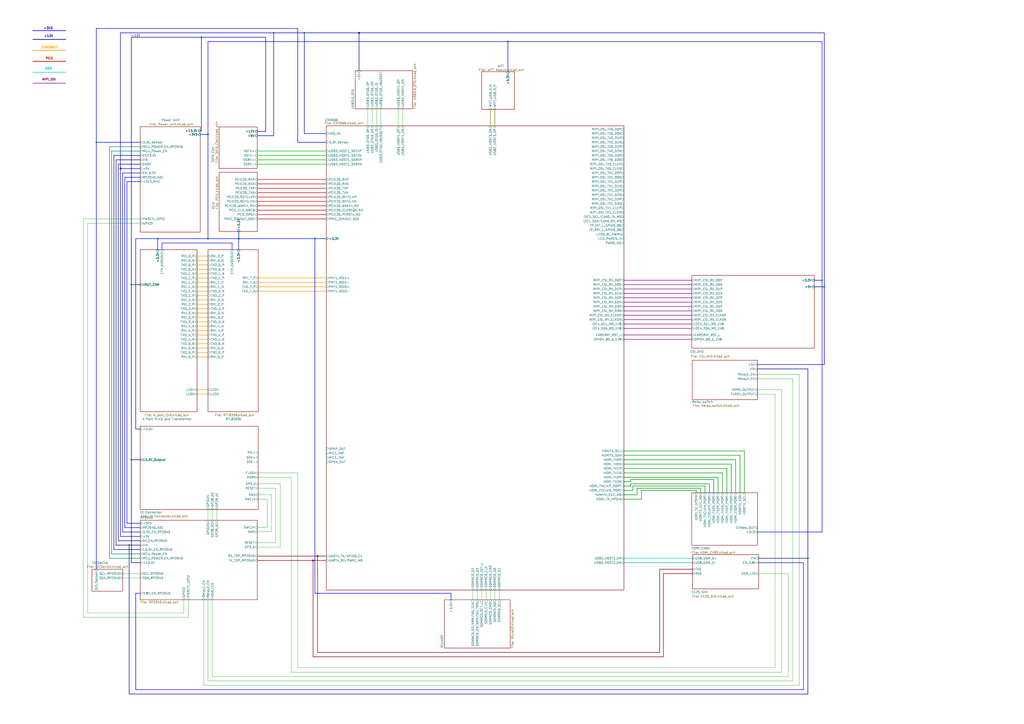
<source format=kicad_sch>
(kicad_sch
	(version 20231120)
	(generator "eeschema")
	(generator_version "8.0")
	(uuid "25e5aa8e-2696-44a3-8d3c-c2c53f2923cf")
	(paper "A2")
	(title_block
		(title "CamTracker")
		(date "2022-09-20")
		(rev "REV1")
		(company "SmartEQ Bilisim")
	)
	(lib_symbols)
	(junction
		(at 468.63 323.85)
		(diameter 0)
		(color 0 0 0 0)
		(uuid "03c0dcaa-9043-44a5-ba48-bf3f752d8fbc")
	)
	(junction
		(at 55.88 82.55)
		(diameter 0)
		(color 0 0 0 0)
		(uuid "24f3b251-46ce-4332-ae1f-b0cdc488d1e0")
	)
	(junction
		(at 176.53 19.05)
		(diameter 0)
		(color 0 0 0 0)
		(uuid "2dd9c1a4-c1ec-4794-8f09-77ee93b21b44")
	)
	(junction
		(at 476.885 162.56)
		(diameter 0)
		(color 0 0 0 0)
		(uuid "35a1d3fb-47cf-460b-848a-b9e5c70fd518")
	)
	(junction
		(at 138.43 138.43)
		(diameter 0)
		(color 0 0 255 1)
		(uuid "5d207cdc-f4cc-41ce-b197-44c7bc7f3d05")
	)
	(junction
		(at 120.65 77.9793)
		(diameter 0)
		(color 0 0 0 0)
		(uuid "7de044cb-6d65-4f23-95cd-1481fac3e916")
	)
	(junction
		(at 138.5095 138.43)
		(diameter 0)
		(color 0 0 0 0)
		(uuid "82c38ca0-ece7-4c66-a902-fd5a7b2e5ee8")
	)
	(junction
		(at 158.75 19.05)
		(diameter 0)
		(color 0 0 0 0)
		(uuid "89f0e20d-7b3c-4271-a3cf-b1eee4134476")
	)
	(junction
		(at 91.44 138.43)
		(diameter 0)
		(color 0 0 0 0)
		(uuid "984ae734-a3b3-4ac9-93ef-0f56c071a910")
	)
	(junction
		(at 181.61 325.12)
		(diameter 0)
		(color 132 0 0 1)
		(uuid "9da795e5-b32b-4757-84d3-b7e38b46c451")
	)
	(junction
		(at 182.654 138.43)
		(diameter 0)
		(color 0 0 0 0)
		(uuid "a7bcf305-8ffd-44ef-9e9e-ee7f55681a6b")
	)
	(junction
		(at 184.15 322.58)
		(diameter 0)
		(color 132 0 0 1)
		(uuid "ad9b150f-1792-4217-ba78-49d7cbb023db")
	)
	(junction
		(at 76.2 266.7)
		(diameter 0)
		(color 0 0 0 0)
		(uuid "afd2c755-b87b-458d-be8f-20a52899ae67")
	)
	(junction
		(at 74.93 316.23)
		(diameter 0)
		(color 0 0 0 0)
		(uuid "b8a30507-afcc-43b4-8398-057b99e34831")
	)
	(junction
		(at 76.2 165.1)
		(diameter 0)
		(color 0 0 0 0)
		(uuid "c0362575-2230-46c3-8a8f-3f59615f2701")
	)
	(junction
		(at 120.65 138.43)
		(diameter 0)
		(color 0 0 0 0)
		(uuid "d7c78919-2f2f-496d-88cd-9ff87b0b1420")
	)
	(junction
		(at 69.85 97.79)
		(diameter 0)
		(color 0 0 194 1)
		(uuid "e7e2bc8e-47a2-479d-a389-818a5064f826")
	)
	(junction
		(at 208.28 19.05)
		(diameter 0)
		(color 0 0 194 1)
		(uuid "f1bf3946-5f18-4ed2-a490-1844e754d4f3")
	)
	(junction
		(at 294.64 24.13)
		(diameter 0)
		(color 0 0 0 0)
		(uuid "f43a730f-855f-493e-a9dd-74558f1f8f16")
	)
	(junction
		(at 478.155 166.37)
		(diameter 0)
		(color 0 0 0 0)
		(uuid "fb87d608-fa9f-4065-942c-48457ddab91d")
	)
	(junction
		(at 116.84 21.59)
		(diameter 0)
		(color 0 0 0 0)
		(uuid "fd77bc87-858b-48bc-8f63-66951b9bf5fb")
	)
	(wire
		(pts
			(xy 19.05 41.91) (xy 38.1 41.91)
		)
		(stroke
			(width 0.3048)
			(type default)
			(color 0 194 194 1)
		)
		(uuid "0019f591-c5a0-43c0-b4d7-07f1f8ead615")
	)
	(wire
		(pts
			(xy 416.56 276.86) (xy 416.56 285.75)
		)
		(stroke
			(width 0.3048)
			(type default)
		)
		(uuid "002f8749-e52b-40c2-afd0-2767a8c610e2")
	)
	(wire
		(pts
			(xy 116.84 75.8629) (xy 116.1387 75.8629)
		)
		(stroke
			(width 0.3048)
			(type default)
			(color 0 0 132 1)
		)
		(uuid "00c80c0a-c7d4-459c-898f-8aa5692a3d6e")
	)
	(wire
		(pts
			(xy 78.74 248.92) (xy 81.28 248.92)
		)
		(stroke
			(width 0.3048)
			(type default)
			(color 0 0 255 1)
		)
		(uuid "0315ae45-d827-4f40-91e5-706badf402ab")
	)
	(wire
		(pts
			(xy 361.95 323.85) (xy 401.7137 323.85)
		)
		(stroke
			(width 0.3048)
			(type default)
			(color 0 194 194 1)
		)
		(uuid "037c25a5-f731-490b-8f59-f7c2edf55636")
	)
	(wire
		(pts
			(xy 149.2754 121.92) (xy 189.23 121.92)
		)
		(stroke
			(width 0.3048)
			(type default)
			(color 194 0 0 1)
		)
		(uuid "03cf9e75-309c-4299-8e4e-330a1a25e306")
	)
	(wire
		(pts
			(xy 463.55 217.17) (xy 439.42 217.17)
		)
		(stroke
			(width 0)
			(type default)
		)
		(uuid "065a8f67-035d-47ba-9237-fd5d21bbd036")
	)
	(wire
		(pts
			(xy 429.26 264.16) (xy 429.26 285.75)
		)
		(stroke
			(width 0.3048)
			(type default)
		)
		(uuid "0682efd7-05fb-4c9a-907b-a5a3d12ac842")
	)
	(wire
		(pts
			(xy 149.86 161.1804) (xy 189.23 161.1804)
		)
		(stroke
			(width 0.3048)
			(type default)
			(color 255 153 0 1)
		)
		(uuid "092bb440-763f-489c-a15e-ea0f5fc41679")
	)
	(wire
		(pts
			(xy 149.2754 111.76) (xy 189.23 111.76)
		)
		(stroke
			(width 0.3048)
			(type default)
			(color 194 0 0 1)
		)
		(uuid "0944cf57-b934-49e1-a5e6-00d7d11f541e")
	)
	(wire
		(pts
			(xy 369.57 287.02) (xy 361.95 287.02)
		)
		(stroke
			(width 0.3048)
			(type default)
		)
		(uuid "09521fd6-4ba3-4c35-9f08-7744ad2d54fe")
	)
	(wire
		(pts
			(xy 114.3 207.01) (xy 120.65 207.01)
		)
		(stroke
			(width 0.3048)
			(type default)
			(color 255 153 0 1)
		)
		(uuid "09aa5386-abc3-4697-9877-85c664826dff")
	)
	(wire
		(pts
			(xy 118.11 397.51) (xy 118.11 347.98)
		)
		(stroke
			(width 0)
			(type default)
		)
		(uuid "0a7f5565-9baf-49d4-8ca1-cfa7a7abecda")
	)
	(wire
		(pts
			(xy 476.885 162.56) (xy 476.885 24.13)
		)
		(stroke
			(width 0.3048)
			(type default)
			(color 0 0 255 1)
		)
		(uuid "0ae1f167-6af1-4abd-944e-78636cea0ff2")
	)
	(wire
		(pts
			(xy 361.95 266.7) (xy 426.72 266.7)
		)
		(stroke
			(width 0.3048)
			(type default)
		)
		(uuid "0bcd6b0f-528d-45e8-adc2-c4434d0b75ef")
	)
	(wire
		(pts
			(xy 294.64 24.13) (xy 294.64 41.5542)
		)
		(stroke
			(width 0.3048)
			(type default)
			(color 0 0 255 1)
		)
		(uuid "0be90714-5f1e-4c96-a800-30a7a0750687")
	)
	(wire
		(pts
			(xy 361.95 264.16) (xy 429.26 264.16)
		)
		(stroke
			(width 0.3048)
			(type default)
		)
		(uuid "0bfcda1f-db71-4421-868b-c6b7cec42566")
	)
	(wire
		(pts
			(xy 149.225 95.25) (xy 189.23 95.25)
		)
		(stroke
			(width 0.3048)
			(type default)
			(color 0 194 0 1)
		)
		(uuid "0ccab8d8-1217-4a7f-a314-e25d98286e7a")
	)
	(wire
		(pts
			(xy 72.39 102.87) (xy 81.28 102.87)
		)
		(stroke
			(width 0.3048)
			(type default)
			(color 0 0 255 1)
		)
		(uuid "0ce83105-350b-458a-b4a3-3bd69087571c")
	)
	(wire
		(pts
			(xy 81.28 313.69) (xy 68.58 313.69)
		)
		(stroke
			(width 0.3048)
			(type default)
			(color 0 0 194 1)
		)
		(uuid "0d16a65f-8c1f-4a0e-8d0e-b1c68ad45d15")
	)
	(wire
		(pts
			(xy 361.95 196.85) (xy 401.32 196.85)
		)
		(stroke
			(width 0.3048)
			(type default)
			(color 132 0 132 1)
		)
		(uuid "0f9cd9b4-c7fd-4c28-99ae-3db9e33aa4b8")
	)
	(wire
		(pts
			(xy 453.39 226.06) (xy 453.39 389.89)
		)
		(stroke
			(width 0)
			(type default)
		)
		(uuid "10f97069-60a1-409a-a808-038ae98d7823")
	)
	(wire
		(pts
			(xy 189.23 161.1804) (xy 189.23 161.29)
		)
		(stroke
			(width 0)
			(type default)
		)
		(uuid "111a29ef-b4e0-452b-b8e6-41cba8696a7d")
	)
	(wire
		(pts
			(xy 414.02 278.13) (xy 365.76 278.13)
		)
		(stroke
			(width 0.3048)
			(type default)
		)
		(uuid "12e8cb56-884f-4c6d-b5a6-8d2680a6a423")
	)
	(wire
		(pts
			(xy 114.3 151.13) (xy 120.65 151.13)
		)
		(stroke
			(width 0.3048)
			(type default)
			(color 255 153 0 1)
		)
		(uuid "143d9e22-422d-440e-aad1-e9e77c69136d")
	)
	(wire
		(pts
			(xy 281.94 342.265) (xy 281.94 347.98)
		)
		(stroke
			(width 0)
			(type default)
		)
		(uuid "15fe3b87-bc90-496d-a990-601d33fea0cc")
	)
	(wire
		(pts
			(xy 365.76 281.94) (xy 361.95 281.94)
		)
		(stroke
			(width 0.3048)
			(type default)
		)
		(uuid "165c9c06-132a-428f-b737-e0260d2bde2f")
	)
	(wire
		(pts
			(xy 472.44 166.37) (xy 478.155 166.37)
		)
		(stroke
			(width 0.3048)
			(type default)
			(color 0 0 194 1)
		)
		(uuid "17316bec-8544-4f26-a688-9228197022f4")
	)
	(wire
		(pts
			(xy 76.2 266.7) (xy 81.28 266.7)
		)
		(stroke
			(width 0.3048)
			(type default)
			(color 0 0 132 1)
		)
		(uuid "183bb170-b16b-4e6d-9025-bd3383ca2f2f")
	)
	(wire
		(pts
			(xy 68.58 95.25) (xy 81.28 95.25)
		)
		(stroke
			(width 0.3048)
			(type default)
			(color 0 0 194 1)
		)
		(uuid "18cd4866-fbf2-43ea-bef0-18b35028d3b3")
	)
	(wire
		(pts
			(xy 66.04 318.77) (xy 66.04 90.17)
		)
		(stroke
			(width 0.3048)
			(type default)
			(color 0 0 132 1)
		)
		(uuid "1982a252-dfcb-44e1-b0af-a27e49ccddfd")
	)
	(wire
		(pts
			(xy 478.155 166.37) (xy 478.155 19.05)
		)
		(stroke
			(width 0.3048)
			(type default)
			(color 0 0 194 1)
		)
		(uuid "1a566bfa-6eff-455a-a333-e8ca22b40e90")
	)
	(wire
		(pts
			(xy 138.5095 134.291) (xy 138.5095 138.43)
		)
		(stroke
			(width 0.3048)
			(type default)
			(color 0 0 255 1)
		)
		(uuid "1a58b5bd-6f55-485f-94a9-e26672af1bf6")
	)
	(wire
		(pts
			(xy 149.225 87.63) (xy 189.23 87.63)
		)
		(stroke
			(width 0.3048)
			(type default)
			(color 0 194 0 1)
		)
		(uuid "1abddcd3-7a69-457b-aadd-9550c5a8a0e7")
	)
	(wire
		(pts
			(xy 73.66 105.3558) (xy 73.66 303.53)
		)
		(stroke
			(width 0.3048)
			(type default)
			(color 0 0 255 1)
		)
		(uuid "1b0533ec-c59f-41d3-a372-002f0dbaa974")
	)
	(wire
		(pts
			(xy 149.225 325.12) (xy 181.61 325.12)
		)
		(stroke
			(width 0.3048)
			(type default)
			(color 132 0 0 1)
		)
		(uuid "1b962ecd-e7b9-49aa-894c-19342cd7c05f")
	)
	(wire
		(pts
			(xy 55.88 82.55) (xy 81.28 82.55)
		)
		(stroke
			(width 0.3048)
			(type default)
			(color 0 0 255 1)
		)
		(uuid "1bdf9411-5334-4d27-936d-7a0403c9ca0c")
	)
	(wire
		(pts
			(xy 19.05 48.26) (xy 38.1 48.26)
		)
		(stroke
			(width 0.3048)
			(type default)
			(color 132 0 132 1)
		)
		(uuid "1bed5693-1fc5-4078-abb2-93c056916fa0")
	)
	(wire
		(pts
			(xy 408.94 281.94) (xy 367.03 281.94)
		)
		(stroke
			(width 0.3048)
			(type default)
		)
		(uuid "1f0f5147-ed06-4c2c-bde8-4aa4ab1facd1")
	)
	(wire
		(pts
			(xy 81.28 303.53) (xy 73.66 303.53)
		)
		(stroke
			(width 0.3048)
			(type default)
			(color 0 0 255 1)
		)
		(uuid "1f40ebd5-73fc-46ca-ba68-f154d3b2b9ae")
	)
	(wire
		(pts
			(xy 361.95 175.26) (xy 401.32 175.26)
		)
		(stroke
			(width 0.3048)
			(type default)
			(color 132 0 132 1)
		)
		(uuid "201c7a0a-8f9b-4fd3-bfaa-9d7d6f9c531a")
	)
	(wire
		(pts
			(xy 114.3 189.23) (xy 120.65 189.23)
		)
		(stroke
			(width 0.3048)
			(type default)
			(color 255 153 0 1)
		)
		(uuid "20e2921e-3381-4857-a918-ce88680847df")
	)
	(wire
		(pts
			(xy 48.26 358.14) (xy 109.22 358.14)
		)
		(stroke
			(width 0)
			(type default)
		)
		(uuid "21de6090-16d7-4f21-bf3e-d11833fd115f")
	)
	(wire
		(pts
			(xy 411.48 280.67) (xy 365.76 280.67)
		)
		(stroke
			(width 0.3048)
			(type default)
		)
		(uuid "23998741-a11f-4e60-be65-08b8005e6df4")
	)
	(wire
		(pts
			(xy 120.65 24.13) (xy 294.64 24.13)
		)
		(stroke
			(width 0.3048)
			(type default)
			(color 0 0 255 1)
		)
		(uuid "245ce1db-7bd3-4c3c-90dc-cc59e034f16f")
	)
	(wire
		(pts
			(xy 50.8 355.6) (xy 50.8 129.54)
		)
		(stroke
			(width 0)
			(type default)
		)
		(uuid "24dd236b-87d1-4d44-b314-46d823b21387")
	)
	(wire
		(pts
			(xy 55.88 16.51) (xy 172.72 16.51)
		)
		(stroke
			(width 0.3048)
			(type default)
			(color 0 0 255 1)
		)
		(uuid "25297b47-d3c7-46c0-87ff-cab57df70daa")
	)
	(wire
		(pts
			(xy 55.88 330.2) (xy 55.88 82.55)
		)
		(stroke
			(width 0.3048)
			(type default)
			(color 0 0 255 1)
		)
		(uuid "25776150-dde4-48b9-a420-cf60b2dc5170")
	)
	(wire
		(pts
			(xy 361.95 170.18) (xy 401.32 170.18)
		)
		(stroke
			(width 0.3048)
			(type default)
			(color 132 0 132 1)
		)
		(uuid "270b7cd6-0a99-47de-8c36-5e66e7938f27")
	)
	(wire
		(pts
			(xy 476.885 308.61) (xy 439.42 308.61)
		)
		(stroke
			(width 0.3048)
			(type default)
			(color 0 0 255 1)
		)
		(uuid "2722adf2-10a3-4231-a999-8e648c2ffeb3")
	)
	(wire
		(pts
			(xy 120.65 295.5543) (xy 120.65 301.7806)
		)
		(stroke
			(width 0)
			(type default)
		)
		(uuid "27efba12-81b2-4754-a289-2a333f8d5796")
	)
	(wire
		(pts
			(xy 78.74 344.17) (xy 78.74 400.05)
		)
		(stroke
			(width 0.3048)
			(type default)
			(color 0 0 255 1)
		)
		(uuid "29964570-ce09-49ea-a08c-ede316899b1b")
	)
	(wire
		(pts
			(xy 64.77 321.31) (xy 64.77 87.63)
		)
		(stroke
			(width 0.3048)
			(type default)
			(color 0 132 132 1)
		)
		(uuid "2b34ea7a-faa2-419d-941b-8249abe40e02")
	)
	(wire
		(pts
			(xy 116.84 21.59) (xy 154.1117 21.59)
		)
		(stroke
			(width 0.3048)
			(type default)
			(color 0 0 132 1)
		)
		(uuid "2bfdb044-d998-4442-a68e-650c76f36c22")
	)
	(wire
		(pts
			(xy 72.39 306.07) (xy 72.39 102.87)
		)
		(stroke
			(width 0.3048)
			(type default)
			(color 0 0 255 1)
		)
		(uuid "2c38d549-3716-43bd-8067-2ae51f02cfbf")
	)
	(wire
		(pts
			(xy 478.155 211.455) (xy 439.42 211.455)
		)
		(stroke
			(width 0.3048)
			(type default)
			(color 0 0 194 1)
		)
		(uuid "2c3f3036-f869-4354-822b-30a79922fc5a")
	)
	(wire
		(pts
			(xy 74.93 316.23) (xy 74.93 402.59)
		)
		(stroke
			(width 0.3048)
			(type default)
			(color 0 0 132 1)
		)
		(uuid "2d4cb426-3518-467b-90e6-6baeb8737618")
	)
	(wire
		(pts
			(xy 361.95 271.78) (xy 421.64 271.78)
		)
		(stroke
			(width 0.3048)
			(type default)
		)
		(uuid "2e52c41c-80e3-4f6a-bf4e-40160f6c9d42")
	)
	(wire
		(pts
			(xy 138.43 138.43) (xy 138.43 144.78)
		)
		(stroke
			(width 0.3048)
			(type default)
			(color 0 0 255 1)
		)
		(uuid "2f91ea5c-8a09-4587-b839-bd5ea6f0368e")
	)
	(wire
		(pts
			(xy 172.72 16.51) (xy 172.72 82.55)
		)
		(stroke
			(width 0.3048)
			(type default)
			(color 0 0 255 1)
		)
		(uuid "304047c4-f7f7-4f4c-a305-e2a83e46ff21")
	)
	(wire
		(pts
			(xy 431.8 261.62) (xy 431.8 285.75)
		)
		(stroke
			(width 0.3048)
			(type default)
		)
		(uuid "306d4e4c-21ee-4c1e-a77b-aa09238fb62e")
	)
	(wire
		(pts
			(xy 463.55 397.51) (xy 118.11 397.51)
		)
		(stroke
			(width 0)
			(type default)
		)
		(uuid "310c14c1-0043-4bf5-8a4f-780187a9aea0")
	)
	(wire
		(pts
			(xy 158.75 19.05) (xy 158.75 78.74)
		)
		(stroke
			(width 0.3048)
			(type default)
			(color 0 0 194 1)
		)
		(uuid "3178b2c0-2229-488a-9c4b-7bdb410a043a")
	)
	(wire
		(pts
			(xy 284.48 63.5) (xy 284.48 73.025)
		)
		(stroke
			(width 0.3048)
			(type default)
			(color 132 132 0 1)
		)
		(uuid "326302f3-2cc4-4068-8995-7bc41f0c6433")
	)
	(wire
		(pts
			(xy 176.53 77.47) (xy 189.23 77.47)
		)
		(stroke
			(width 0.3048)
			(type default)
			(color 0 0 194 1)
		)
		(uuid "32e84e2a-7201-477e-8648-ed0d20470775")
	)
	(wire
		(pts
			(xy 439.42 226.06) (xy 453.39 226.06)
		)
		(stroke
			(width 0)
			(type default)
		)
		(uuid "3381e89c-4b5d-40f0-9b09-3818f3d63534")
	)
	(wire
		(pts
			(xy 369.57 283.21) (xy 369.57 287.02)
		)
		(stroke
			(width 0.3048)
			(type default)
		)
		(uuid "36865a17-1b46-4527-ba06-f55c2546c15c")
	)
	(wire
		(pts
			(xy 182.654 344.17) (xy 261.62 344.17)
		)
		(stroke
			(width 0.3048)
			(type default)
			(color 0 0 255 1)
		)
		(uuid "369ad202-9e33-46c4-bab8-9c029521f705")
	)
	(wire
		(pts
			(xy 81.28 318.77) (xy 66.04 318.77)
		)
		(stroke
			(width 0.3048)
			(type default)
			(color 0 0 132 1)
		)
		(uuid "37239a7b-cc3c-4c1d-a5ea-efe2dfe1cea4")
	)
	(wire
		(pts
			(xy 162.56 317.3452) (xy 149.225 317.3452)
		)
		(stroke
			(width 0)
			(type default)
		)
		(uuid "3736c670-cacd-4f01-b75c-c3f591d3fb5c")
	)
	(wire
		(pts
			(xy 449.58 387.35) (xy 449.58 228.6)
		)
		(stroke
			(width 0)
			(type default)
		)
		(uuid "37725191-dd78-40a1-b495-49cb6f555b81")
	)
	(wire
		(pts
			(xy 63.5 323.85) (xy 63.5 85.09)
		)
		(stroke
			(width 0.3048)
			(type default)
			(color 0 132 132 1)
		)
		(uuid "37fcc5f6-80d2-444e-997c-96d15d5d1d9f")
	)
	(wire
		(pts
			(xy 361.95 177.8) (xy 401.32 177.8)
		)
		(stroke
			(width 0.3048)
			(type default)
			(color 132 0 132 1)
		)
		(uuid "38b3db0d-637b-4039-a03d-581fe07a705a")
	)
	(wire
		(pts
			(xy 76.2 21.59) (xy 76.2 165.1)
		)
		(stroke
			(width 0.3048)
			(type default)
			(color 0 0 132 1)
		)
		(uuid "3910af0d-e245-4a6d-8799-003f15c92de9")
	)
	(wire
		(pts
			(xy 459.74 394.97) (xy 120.65 394.97)
		)
		(stroke
			(width 0)
			(type default)
		)
		(uuid "3933ebdd-2b0a-436a-bb94-6406e4925a54")
	)
	(wire
		(pts
			(xy 76.2 21.59) (xy 116.84 21.59)
		)
		(stroke
			(width 0.3048)
			(type default)
			(color 0 0 132 1)
		)
		(uuid "395e0087-cf97-4e0a-a8cf-7e00be5e8f42")
	)
	(wire
		(pts
			(xy 114.3 228.6) (xy 120.65 228.6)
		)
		(stroke
			(width 0.3048)
			(type default)
			(color 255 153 0 1)
		)
		(uuid "396c5b5b-b293-4835-b6ec-08ca5fd38848")
	)
	(wire
		(pts
			(xy 215.9 63.1638) (xy 215.9 73.025)
		)
		(stroke
			(width 0)
			(type default)
		)
		(uuid "3df09c75-43b0-446e-9b55-e003d8b30816")
	)
	(wire
		(pts
			(xy 361.95 276.86) (xy 416.56 276.86)
		)
		(stroke
			(width 0.3048)
			(type default)
		)
		(uuid "3e1fbeba-92ed-4504-8f6f-964aab8dd2dc")
	)
	(wire
		(pts
			(xy 176.53 19.05) (xy 208.28 19.05)
		)
		(stroke
			(width 0.3048)
			(type default)
			(color 0 0 194 1)
		)
		(uuid "3fb019f2-bffd-4870-b047-6c54c3f9d691")
	)
	(wire
		(pts
			(xy 138.43 138.43) (xy 138.5095 138.43)
		)
		(stroke
			(width 0.3048)
			(type default)
			(color 0 0 255 1)
		)
		(uuid "3ff00b11-384e-4bb8-8efe-f8f03151dac2")
	)
	(wire
		(pts
			(xy 149.2754 104.14) (xy 189.23 104.14)
		)
		(stroke
			(width 0.3048)
			(type default)
			(color 194 0 0 1)
		)
		(uuid "41cf3077-ecff-4391-b30d-678600362bdf")
	)
	(wire
		(pts
			(xy 71.12 100.33) (xy 81.28 100.33)
		)
		(stroke
			(width 0.3048)
			(type default)
			(color 0 0 255 1)
		)
		(uuid "43200927-77bd-4015-afa4-45e859c6cafc")
	)
	(wire
		(pts
			(xy 172.72 387.35) (xy 449.58 387.35)
		)
		(stroke
			(width 0)
			(type default)
		)
		(uuid "432287bf-21f7-4cc1-ac67-cb62b3af48df")
	)
	(wire
		(pts
			(xy 149.2754 124.46) (xy 189.23 124.46)
		)
		(stroke
			(width 0.3048)
			(type default)
			(color 194 0 0 1)
		)
		(uuid "444ee63f-19b9-4bc4-bd7a-62eadeebc263")
	)
	(wire
		(pts
			(xy 181.61 381) (xy 384.81 381)
		)
		(stroke
			(width 0.3048)
			(type default)
			(color 132 0 0 1)
		)
		(uuid "451418a7-622f-4ef9-b994-969df314f2f8")
	)
	(wire
		(pts
			(xy 176.53 19.05) (xy 176.53 77.47)
		)
		(stroke
			(width 0.3048)
			(type default)
			(color 0 0 194 1)
		)
		(uuid "4560c1e6-e38d-4d1f-805c-5e89111095af")
	)
	(wire
		(pts
			(xy 361.95 167.64) (xy 401.32 167.64)
		)
		(stroke
			(width 0.3048)
			(type default)
			(color 132 0 132 1)
		)
		(uuid "46b34040-cdf6-4c2d-ad03-16ac55d23450")
	)
	(wire
		(pts
			(xy 439.42 219.71) (xy 459.74 219.71)
		)
		(stroke
			(width 0)
			(type default)
		)
		(uuid "46df17fb-f664-4b5f-a29d-0845108244af")
	)
	(wire
		(pts
			(xy 114.3 191.77) (xy 120.65 191.77)
		)
		(stroke
			(width 0.3048)
			(type default)
			(color 255 153 0 1)
		)
		(uuid "46e5529d-2499-4650-a5cc-2533bc08370d")
	)
	(wire
		(pts
			(xy 289.56 342.265) (xy 289.56 347.98)
		)
		(stroke
			(width 0)
			(type default)
		)
		(uuid "471966c4-0c32-4458-b009-58118fb83a99")
	)
	(wire
		(pts
			(xy 68.58 313.69) (xy 68.58 95.25)
		)
		(stroke
			(width 0.3048)
			(type default)
			(color 0 0 194 1)
		)
		(uuid "480198a8-0949-4a5f-ab24-5c7a2e26819b")
	)
	(wire
		(pts
			(xy 154.1117 21.59) (xy 154.1117 76.2)
		)
		(stroke
			(width 0.3048)
			(type default)
			(color 0 0 132 1)
		)
		(uuid "4834dc3e-8bbd-4981-85e9-ef99d9976041")
	)
	(wire
		(pts
			(xy 361.95 162.56) (xy 401.32 162.56)
		)
		(stroke
			(width 0.3048)
			(type default)
			(color 132 0 132 1)
		)
		(uuid "48372933-4913-4b58-a623-8aec2309f6bc")
	)
	(wire
		(pts
			(xy 424.18 269.24) (xy 424.18 285.75)
		)
		(stroke
			(width 0.3048)
			(type default)
		)
		(uuid "490c2485-0ca8-4154-b65a-8d43a70dae70")
	)
	(wire
		(pts
			(xy 361.95 182.88) (xy 401.32 182.88)
		)
		(stroke
			(width 0.3048)
			(type default)
			(color 132 0 132 1)
		)
		(uuid "49ec8226-a320-4f3f-b66c-576761ff5569")
	)
	(wire
		(pts
			(xy 149.2754 116.84) (xy 189.23 116.84)
		)
		(stroke
			(width 0.3048)
			(type default)
			(color 194 0 0 1)
		)
		(uuid "4a4912db-8c82-4cff-b7f9-6f3e2ef82cce")
	)
	(wire
		(pts
			(xy 67.31 92.71) (xy 81.28 92.71)
		)
		(stroke
			(width 0.3048)
			(type default)
			(color 0 0 132 1)
		)
		(uuid "4b8490f9-d449-4ecd-a870-259a1aa53256")
	)
	(wire
		(pts
			(xy 406.4 283.21) (xy 369.57 283.21)
		)
		(stroke
			(width 0.3048)
			(type default)
		)
		(uuid "4c062211-bf2d-4c8f-996c-2a2f90633e6b")
	)
	(wire
		(pts
			(xy 149.225 322.58) (xy 149.225 322.4252)
		)
		(stroke
			(width 0)
			(type default)
		)
		(uuid "4c638e9a-245d-4640-9d08-fcc8cd62c0b6")
	)
	(wire
		(pts
			(xy 365.76 279.4) (xy 361.95 279.4)
		)
		(stroke
			(width 0.3048)
			(type default)
		)
		(uuid "4d1d5f1c-90b0-4fa1-b7dc-21e2a293ceb9")
	)
	(wire
		(pts
			(xy 81.28 127) (xy 48.26 127)
		)
		(stroke
			(width 0)
			(type default)
		)
		(uuid "4e80fb99-01f2-4a36-834a-48cdf78c1d78")
	)
	(wire
		(pts
			(xy 138.5095 138.43) (xy 182.654 138.43)
		)
		(stroke
			(width 0.3048)
			(type default)
			(color 0 0 255 1)
		)
		(uuid "4e88e3e3-f76b-4bbc-ba02-4fe2c1f15a7a")
	)
	(wire
		(pts
			(xy 184.15 322.58) (xy 189.23 322.58)
		)
		(stroke
			(width 0.3048)
			(type default)
			(color 132 0 0 1)
		)
		(uuid "4e9bdb4c-13c0-4562-a777-c6704fc45c0b")
	)
	(wire
		(pts
			(xy 114.3 186.69) (xy 120.65 186.69)
		)
		(stroke
			(width 0.3048)
			(type default)
			(color 255 153 0 1)
		)
		(uuid "4ec72820-c250-483a-818e-b8e0d8c80a84")
	)
	(wire
		(pts
			(xy 149.2754 106.68) (xy 189.23 106.68)
		)
		(stroke
			(width 0.3048)
			(type default)
			(color 194 0 0 1)
		)
		(uuid "4f11d024-9308-4311-bc43-b0ed0600114d")
	)
	(wire
		(pts
			(xy 93.98 144.78) (xy 93.98 140.97)
		)
		(stroke
			(width 0.3048)
			(type default)
			(color 0 0 255 1)
		)
		(uuid "515d0ae8-ca74-4842-9527-8dacced0fef3")
	)
	(wire
		(pts
			(xy 120.65 347.98) (xy 120.65 394.97)
		)
		(stroke
			(width 0)
			(type default)
		)
		(uuid "51f24a8f-5eb3-4aa2-ab5f-c21132772021")
	)
	(wire
		(pts
			(xy 114.3 201.93) (xy 120.65 201.93)
		)
		(stroke
			(width 0.3048)
			(type default)
			(color 255 153 0 1)
		)
		(uuid "521bfa9d-99b6-4903-94c3-b3a13df7c52e")
	)
	(wire
		(pts
			(xy 457.2 332.74) (xy 457.2 392.43)
		)
		(stroke
			(width 0)
			(type default)
		)
		(uuid "5485bdee-279e-4212-acf7-af7876cd43d8")
	)
	(wire
		(pts
			(xy 384.81 332.74) (xy 401.7137 332.74)
		)
		(stroke
			(width 0.3048)
			(type default)
			(color 132 0 0 1)
		)
		(uuid "5559f4b1-b871-4682-b937-0000265e7639")
	)
	(wire
		(pts
			(xy 81.28 323.85) (xy 63.5 323.85)
		)
		(stroke
			(width 0.3048)
			(type default)
			(color 0 132 132 1)
		)
		(uuid "55a79d67-5518-4acd-85c7-afb79de739f4")
	)
	(wire
		(pts
			(xy 162.56 280.67) (xy 162.56 317.3452)
		)
		(stroke
			(width 0)
			(type default)
		)
		(uuid "56175ec8-8880-4af1-a1ef-cf2a9918f070")
	)
	(wire
		(pts
			(xy 55.88 82.55) (xy 55.88 16.51)
		)
		(stroke
			(width 0.3048)
			(type default)
			(color 0 0 255 1)
		)
		(uuid "58f97153-524c-47f2-b646-b58585ebc015")
	)
	(wire
		(pts
			(xy 403.86 284.48) (xy 403.86 285.75)
		)
		(stroke
			(width 0.3048)
			(type default)
		)
		(uuid "595538ee-caff-49f7-a3cd-c5813145a2d4")
	)
	(wire
		(pts
			(xy 114.3 171.45) (xy 120.65 171.45)
		)
		(stroke
			(width 0.3048)
			(type default)
			(color 255 153 0 1)
		)
		(uuid "59bae338-7369-41f9-8215-f37aa0bbc2b3")
	)
	(wire
		(pts
			(xy 106.68 347.98) (xy 106.68 355.6)
		)
		(stroke
			(width 0)
			(type default)
		)
		(uuid "5a2b9518-689d-4881-a991-48613fd70524")
	)
	(wire
		(pts
			(xy 149.225 308.4552) (xy 157.48 308.4552)
		)
		(stroke
			(width 0)
			(type default)
		)
		(uuid "5aeeb9b1-22e8-4ec1-a9e5-bcccfa079ce4")
	)
	(wire
		(pts
			(xy 19.05 17.78) (xy 38.1 17.78)
		)
		(stroke
			(width 0.381)
			(type default)
			(color 0 0 255 1)
		)
		(uuid "5b1f3dae-daef-4b1c-9a33-b2a93992e560")
	)
	(wire
		(pts
			(xy 149.2754 109.22) (xy 189.23 109.22)
		)
		(stroke
			(width 0.3048)
			(type default)
			(color 194 0 0 1)
		)
		(uuid "5c27bebf-9762-4aba-abd1-16c7927939c0")
	)
	(wire
		(pts
			(xy 208.28 19.05) (xy 478.155 19.05)
		)
		(stroke
			(width 0.3048)
			(type default)
			(color 0 0 194 1)
		)
		(uuid "5e1f4a59-1a0d-4cb4-9758-c270291dcb9f")
	)
	(wire
		(pts
			(xy 276.86 342.265) (xy 276.86 347.98)
		)
		(stroke
			(width 0)
			(type default)
		)
		(uuid "5e2e5038-a601-43c8-813e-8975509405c0")
	)
	(wire
		(pts
			(xy 114.3 181.61) (xy 120.65 181.61)
		)
		(stroke
			(width 0.3048)
			(type default)
			(color 255 153 0 1)
		)
		(uuid "5e32532e-42b3-4652-8727-d30a8374f200")
	)
	(wire
		(pts
			(xy 478.155 166.37) (xy 478.155 211.455)
		)
		(stroke
			(width 0.3048)
			(type default)
			(color 0 0 194 1)
		)
		(uuid "61406bcf-b088-4be2-a6bf-eb6596cb8ac3")
	)
	(wire
		(pts
			(xy 74.93 316.23) (xy 67.31 316.23)
		)
		(stroke
			(width 0.3048)
			(type default)
			(color 0 0 132 1)
		)
		(uuid "61637abd-1c4b-46d4-bf77-833539699ee1")
	)
	(wire
		(pts
			(xy 78.74 400.05) (xy 466.09 400.05)
		)
		(stroke
			(width 0.3048)
			(type default)
			(color 0 0 255 1)
		)
		(uuid "61e15258-cdae-4700-9a9f-7a8da54a2905")
	)
	(wire
		(pts
			(xy 287.02 342.265) (xy 287.02 347.98)
		)
		(stroke
			(width 0)
			(type default)
		)
		(uuid "62bbb041-1b97-4af2-acce-80c4d66b73f2")
	)
	(wire
		(pts
			(xy 476.885 162.56) (xy 476.885 308.61)
		)
		(stroke
			(width 0.3048)
			(type default)
			(color 0 0 255 1)
		)
		(uuid "62ffb04c-05a1-4bb4-813f-af13db0cfca6")
	)
	(wire
		(pts
			(xy 120.65 138.43) (xy 91.44 138.43)
		)
		(stroke
			(width 0.3048)
			(type default)
			(color 0 0 255 1)
		)
		(uuid "63362319-e5f9-4927-814f-c9496504e554")
	)
	(wire
		(pts
			(xy 233.68 63.1638) (xy 233.68 73.025)
		)
		(stroke
			(width 0)
			(type default)
		)
		(uuid "642be3d8-695b-4db5-8ff0-749989a9d9e5")
	)
	(wire
		(pts
			(xy 411.48 280.67) (xy 411.48 285.75)
		)
		(stroke
			(width 0.3048)
			(type default)
		)
		(uuid "64798d43-02ba-438c-b2f7-bc1bd2b357cb")
	)
	(wire
		(pts
			(xy 149.2754 119.38) (xy 189.23 119.38)
		)
		(stroke
			(width 0.3048)
			(type default)
			(color 194 0 0 1)
		)
		(uuid "64d35dda-4259-475f-a71b-d0a4b1b2f7b6")
	)
	(wire
		(pts
			(xy 367.03 284.48) (xy 361.95 284.48)
		)
		(stroke
			(width 0.3048)
			(type default)
		)
		(uuid "66210c38-cb85-41de-ab8b-fe8e8b182d82")
	)
	(wire
		(pts
			(xy 134.62 140.97) (xy 134.62 144.78)
		)
		(stroke
			(width 0.3048)
			(type default)
			(color 0 0 255 1)
		)
		(uuid "69394446-c757-4d11-8a7d-602e6edaf038")
	)
	(wire
		(pts
			(xy 361.95 172.72) (xy 401.32 172.72)
		)
		(stroke
			(width 0.3048)
			(type default)
			(color 132 0 132 1)
		)
		(uuid "6b9bab25-139c-4f86-a01a-4be3ce6e340b")
	)
	(wire
		(pts
			(xy 149.225 322.58) (xy 184.15 322.58)
		)
		(stroke
			(width 0.3048)
			(type default)
			(color 132 0 0 1)
		)
		(uuid "6d7c479c-d9c7-4474-ac9e-2ac59d82cb1b")
	)
	(wire
		(pts
			(xy 74.93 402.59) (xy 468.63 402.59)
		)
		(stroke
			(width 0.3048)
			(type default)
			(color 0 0 132 1)
		)
		(uuid "6dec793a-fad5-401f-b39c-8622b0a0006c")
	)
	(wire
		(pts
			(xy 365.76 280.67) (xy 365.76 281.94)
		)
		(stroke
			(width 0.3048)
			(type default)
		)
		(uuid "6e8ba6ef-b22a-4850-a20e-e841b00290dd")
	)
	(wire
		(pts
			(xy 114.3 204.47) (xy 120.65 204.47)
		)
		(stroke
			(width 0.3048)
			(type default)
			(color 255 153 0 1)
		)
		(uuid "6f052b6e-2092-4ad9-a150-476700c59297")
	)
	(wire
		(pts
			(xy 440.055 323.85) (xy 468.63 323.85)
		)
		(stroke
			(width 0.3048)
			(type default)
			(color 0 0 132 1)
		)
		(uuid "6f570d1a-9634-4d90-ba7f-412a7da0a77f")
	)
	(wire
		(pts
			(xy 109.22 358.14) (xy 109.22 347.98)
		)
		(stroke
			(width 0)
			(type default)
		)
		(uuid "6fd9482d-ecae-4b92-a321-b1e3f4301550")
	)
	(wire
		(pts
			(xy 157.48 308.4552) (xy 157.48 287.02)
		)
		(stroke
			(width 0)
			(type default)
		)
		(uuid "6fdea7ce-54d5-4783-a8c8-23c181823004")
	)
	(wire
		(pts
			(xy 463.55 217.17) (xy 463.55 397.51)
		)
		(stroke
			(width 0)
			(type default)
		)
		(uuid "71977168-e528-4dcc-b3ef-91e8269292d8")
	)
	(wire
		(pts
			(xy 168.91 276.86) (xy 168.91 389.89)
		)
		(stroke
			(width 0)
			(type default)
		)
		(uuid "7326b0a3-d9f1-4c31-8506-4159649ed9ea")
	)
	(wire
		(pts
			(xy 261.62 344.17) (xy 261.62 347.98)
		)
		(stroke
			(width 0.3048)
			(type default)
			(color 0 0 255 1)
		)
		(uuid "74806f34-2f84-4119-bf1c-f678e4edf9ec")
	)
	(wire
		(pts
			(xy 220.98 63.1638) (xy 220.98 73.025)
		)
		(stroke
			(width 0)
			(type default)
		)
		(uuid "7571d0c2-3efb-4735-adc9-379fd0aac4fa")
	)
	(wire
		(pts
			(xy 158.75 78.74) (xy 149.225 78.74)
		)
		(stroke
			(width 0.3048)
			(type default)
			(color 0 0 194 1)
		)
		(uuid "758bbd21-bdef-418d-95f4-834d95770886")
	)
	(wire
		(pts
			(xy 19.05 35.56) (xy 38.1 35.56)
		)
		(stroke
			(width 0.381)
			(type default)
			(color 194 0 0 1)
		)
		(uuid "76b282ce-0f26-416c-8751-54bdbd79ff6d")
	)
	(wire
		(pts
			(xy 372.11 289.56) (xy 361.95 289.56)
		)
		(stroke
			(width 0.3048)
			(type default)
		)
		(uuid "7707f71c-3a0e-4b94-a0c6-785050d35f2b")
	)
	(wire
		(pts
			(xy 426.72 266.7) (xy 426.72 285.75)
		)
		(stroke
			(width 0.3048)
			(type default)
		)
		(uuid "77880d7a-e10b-4ae3-b5cd-ea2c752bbad9")
	)
	(wire
		(pts
			(xy 406.4 283.21) (xy 406.4 285.75)
		)
		(stroke
			(width 0.3048)
			(type default)
		)
		(uuid "79fad01f-0f8b-405e-856b-1ba1c00e8466")
	)
	(wire
		(pts
			(xy 76.2 165.1) (xy 76.2 266.7)
		)
		(stroke
			(width 0.3048)
			(type default)
			(color 0 0 132 1)
		)
		(uuid "7a614419-537a-4ad9-a13e-bcd1615d5175")
	)
	(wire
		(pts
			(xy 64.77 321.31) (xy 81.28 321.31)
		)
		(stroke
			(width 0.3048)
			(type default)
			(color 0 132 132 1)
		)
		(uuid "7c4fa0a3-4fc6-4120-9cbd-72601dbc689f")
	)
	(wire
		(pts
			(xy 114.3 196.85) (xy 120.65 196.85)
		)
		(stroke
			(width 0.3048)
			(type default)
			(color 255 153 0 1)
		)
		(uuid "7cf19e35-e2fd-4e6c-a12b-c5e062fa604f")
	)
	(wire
		(pts
			(xy 231.14 63.1638) (xy 231.14 73.025)
		)
		(stroke
			(width 0)
			(type default)
		)
		(uuid "7d6b65d0-c25f-43b7-8147-f39805b92d91")
	)
	(wire
		(pts
			(xy 172.72 274.32) (xy 172.72 387.35)
		)
		(stroke
			(width 0)
			(type default)
		)
		(uuid "7e4e3486-025b-4c40-a087-07271d0730af")
	)
	(wire
		(pts
			(xy 67.31 316.23) (xy 67.31 92.71)
		)
		(stroke
			(width 0.3048)
			(type default)
			(color 0 0 132 1)
		)
		(uuid "7eca514b-e8fe-4fa2-8562-40ceae00afe5")
	)
	(wire
		(pts
			(xy 106.68 355.6) (xy 50.8 355.6)
		)
		(stroke
			(width 0)
			(type default)
		)
		(uuid "8309d362-fbeb-4794-803a-72b903601c46")
	)
	(wire
		(pts
			(xy 181.61 325.12) (xy 189.23 325.12)
		)
		(stroke
			(width 0.3048)
			(type default)
			(color 132 0 0 1)
		)
		(uuid "835f30eb-576d-4363-83a7-d29f34165fc2")
	)
	(wire
		(pts
			(xy 114.3 173.99) (xy 120.65 173.99)
		)
		(stroke
			(width 0.3048)
			(type default)
			(color 255 153 0 1)
		)
		(uuid "843b6e38-528f-4a03-89b8-25b9ec6bea5d")
	)
	(wire
		(pts
			(xy 123.19 392.43) (xy 457.2 392.43)
		)
		(stroke
			(width 0)
			(type default)
		)
		(uuid "8497a278-5595-4dca-b9ec-2ea35e43e047")
	)
	(wire
		(pts
			(xy 123.19 347.98) (xy 123.19 392.43)
		)
		(stroke
			(width 0)
			(type default)
		)
		(uuid "8521e541-95c1-4dd8-83f8-6b6bde664fd4")
	)
	(wire
		(pts
			(xy 149.86 280.67) (xy 162.56 280.67)
		)
		(stroke
			(width 0)
			(type default)
		)
		(uuid "865d6b2a-75d7-415c-b0f8-8b08543f6fab")
	)
	(wire
		(pts
			(xy 76.2 326.39) (xy 81.28 326.39)
		)
		(stroke
			(width 0.3048)
			(type default)
			(color 0 0 132 1)
		)
		(uuid "87076b5b-4395-43f8-8bb7-a76f92175093")
	)
	(wire
		(pts
			(xy 382.6637 330.2) (xy 401.7137 330.2)
		)
		(stroke
			(width 0.3048)
			(type default)
			(color 132 0 0 1)
		)
		(uuid "892fcf29-4a6f-4a1d-8a3e-c78fb0f47683")
	)
	(wire
		(pts
			(xy 361.95 190.5) (xy 401.32 190.5)
		)
		(stroke
			(width 0.3048)
			(type default)
			(color 132 0 132 1)
		)
		(uuid "89d6ba4f-8bfc-4fc8-bb44-169b5745260e")
	)
	(wire
		(pts
			(xy 71.12 308.61) (xy 71.12 100.33)
		)
		(stroke
			(width 0.3048)
			(type default)
			(color 0 0 255 1)
		)
		(uuid "8a515461-77a0-44ea-aa12-57599c66f21f")
	)
	(wire
		(pts
			(xy 19.05 22.86) (xy 38.1 22.86)
		)
		(stroke
			(width 0.381)
			(type default)
			(color 0 0 132 1)
		)
		(uuid "8a82a01e-6d46-4fd3-b740-f361a5a1c738")
	)
	(wire
		(pts
			(xy 66.04 90.17) (xy 81.28 90.17)
		)
		(stroke
			(width 0.3048)
			(type default)
			(color 0 0 132 1)
		)
		(uuid "8c002b88-b3d4-480b-a872-e25c82923784")
	)
	(wire
		(pts
			(xy 468.63 323.85) (xy 468.63 402.59)
		)
		(stroke
			(width 0.3048)
			(type default)
			(color 0 0 132 1)
		)
		(uuid "8e3e3c5a-2b44-4d8d-8ab2-527f7d108dd6")
	)
	(wire
		(pts
			(xy 69.85 19.05) (xy 158.75 19.05)
		)
		(stroke
			(width 0.3048)
			(type default)
			(color 0 0 194 1)
		)
		(uuid "8e9f4dfd-efa5-43f0-8923-563616fcdde1")
	)
	(wire
		(pts
			(xy 367.03 281.94) (xy 367.03 284.48)
		)
		(stroke
			(width 0.3048)
			(type default)
		)
		(uuid "8f23962a-f2a8-4c92-82e5-866894d051a8")
	)
	(wire
		(pts
			(xy 73.66 105.3558) (xy 81.28 105.3558)
		)
		(stroke
			(width 0.3048)
			(type default)
			(color 0 0 255 1)
		)
		(uuid "8f82db96-396b-4349-ab03-f0d3cb305a1c")
	)
	(wire
		(pts
			(xy 114.3 158.75) (xy 120.65 158.75)
		)
		(stroke
			(width 0.3048)
			(type default)
			(color 255 153 0 1)
		)
		(uuid "913dcc6c-a0b3-44f4-b02d-35267e54ac86")
	)
	(wire
		(pts
			(xy 361.95 185.42) (xy 401.32 185.42)
		)
		(stroke
			(width 0.3048)
			(type default)
			(color 132 0 132 1)
		)
		(uuid "92f94382-2120-4783-9f4e-3012053c9fa7")
	)
	(wire
		(pts
			(xy 64.77 87.63) (xy 81.28 87.63)
		)
		(stroke
			(width 0.3048)
			(type default)
			(color 0 132 132 1)
		)
		(uuid "93e1d905-8380-4fe5-825a-c11e76f445db")
	)
	(wire
		(pts
			(xy 284.48 342.265) (xy 284.48 347.98)
		)
		(stroke
			(width 0)
			(type default)
		)
		(uuid "941c7996-02f8-4914-8f07-99a584ab54a8")
	)
	(wire
		(pts
			(xy 361.95 187.96) (xy 401.32 187.96)
		)
		(stroke
			(width 0.3048)
			(type default)
			(color 132 0 132 1)
		)
		(uuid "950841e2-778f-45dc-adfd-80edf4cce2f9")
	)
	(wire
		(pts
			(xy 184.1872 378.46) (xy 382.6637 378.46)
		)
		(stroke
			(width 0.3048)
			(type default)
			(color 132 0 0 1)
		)
		(uuid "952048fd-2d05-4cb5-bfef-65268bbc4da9")
	)
	(wire
		(pts
			(xy 168.91 389.89) (xy 453.39 389.89)
		)
		(stroke
			(width 0)
			(type default)
		)
		(uuid "9527c871-f52b-4ad8-8b72-475a0935ec39")
	)
	(wire
		(pts
			(xy 114.3 166.37) (xy 120.65 166.37)
		)
		(stroke
			(width 0.3048)
			(type default)
			(color 255 153 0 1)
		)
		(uuid "957c8d5b-b3cf-4131-8ae1-56d579f96e68")
	)
	(wire
		(pts
			(xy 472.44 162.56) (xy 476.885 162.56)
		)
		(stroke
			(width 0.3048)
			(type default)
			(color 0 0 255 1)
		)
		(uuid "99c2a29e-21f3-4034-970f-456c8e5a86dd")
	)
	(wire
		(pts
			(xy 114.3 184.15) (xy 120.65 184.15)
		)
		(stroke
			(width 0.3048)
			(type default)
			(color 255 153 0 1)
		)
		(uuid "9a11e31a-a895-4b8f-a65b-c752d51b730c")
	)
	(wire
		(pts
			(xy 421.64 271.78) (xy 421.64 285.75)
		)
		(stroke
			(width 0.3048)
			(type default)
		)
		(uuid "9debf051-0a33-471d-af2d-b897c57c35e8")
	)
	(wire
		(pts
			(xy 71.12 332.74) (xy 81.28 332.74)
		)
		(stroke
			(width 0)
			(type default)
		)
		(uuid "9f7d6379-b019-41d0-b26f-8607a83d0746")
	)
	(wire
		(pts
			(xy 149.86 274.32) (xy 172.72 274.32)
		)
		(stroke
			(width 0)
			(type default)
		)
		(uuid "a1244435-1990-4980-8e62-b8d2e3005f3e")
	)
	(wire
		(pts
			(xy 184.1872 330.2) (xy 184.1872 378.46)
		)
		(stroke
			(width 0.3048)
			(type default)
			(color 132 0 0 1)
		)
		(uuid "a2141ce8-d054-49d0-a552-cecfcab3af62")
	)
	(wire
		(pts
			(xy 81.28 306.07) (xy 72.39 306.07)
		)
		(stroke
			(width 0.3048)
			(type default)
			(color 0 0 255 1)
		)
		(uuid "a3662121-3116-42b2-bbb3-7c10cf93f49c")
	)
	(wire
		(pts
			(xy 213.36 63.1638) (xy 213.36 73.025)
		)
		(stroke
			(width 0)
			(type default)
		)
		(uuid "a5ac6c46-552b-4f2f-a552-c1293857b266")
	)
	(wire
		(pts
			(xy 294.64 24.13) (xy 476.885 24.13)
		)
		(stroke
			(width 0.3048)
			(type default)
			(color 0 0 255 1)
		)
		(uuid "a6008cc9-3e6a-4b7b-bebe-50fcabe8eff6")
	)
	(wire
		(pts
			(xy 157.48 287.02) (xy 149.86 287.02)
		)
		(stroke
			(width 0)
			(type default)
		)
		(uuid "a73d9481-317c-4cd1-aebb-f732e3519065")
	)
	(wire
		(pts
			(xy 120.65 138.43) (xy 138.43 138.43)
		)
		(stroke
			(width 0.3048)
			(type default)
			(color 0 0 255 1)
		)
		(uuid "a8687976-8601-4a19-82c0-e95f59b1479f")
	)
	(wire
		(pts
			(xy 361.95 180.34) (xy 401.32 180.34)
		)
		(stroke
			(width 0.3048)
			(type default)
			(color 132 0 132 1)
		)
		(uuid "a928f7db-8103-4339-8bd2-4242a2bc5bd0")
	)
	(wire
		(pts
			(xy 81.28 316.23) (xy 74.93 316.23)
		)
		(stroke
			(width 0.3048)
			(type default)
			(color 0 0 132 1)
		)
		(uuid "a98f729c-6a3d-49d4-86db-f0fae81feb67")
	)
	(wire
		(pts
			(xy 154.94 289.56) (xy 154.94 305.9152)
		)
		(stroke
			(width 0)
			(type default)
		)
		(uuid "aa1d57e8-874f-495d-a24e-d26086ec9742")
	)
	(wire
		(pts
			(xy 114.3 194.31) (xy 120.65 194.31)
		)
		(stroke
			(width 0.3048)
			(type default)
			(color 255 153 0 1)
		)
		(uuid "aace8171-466f-4eb7-96c5-3a475f635f34")
	)
	(wire
		(pts
			(xy 81.28 308.61) (xy 71.12 308.61)
		)
		(stroke
			(width 0.3048)
			(type default)
			(color 0 0 255 1)
		)
		(uuid "aeec3b2a-538e-4627-ad71-88f04f41b040")
	)
	(wire
		(pts
			(xy 365.76 278.13) (xy 365.76 279.4)
		)
		(stroke
			(width 0.3048)
			(type default)
		)
		(uuid "b0949f98-00b5-4f76-a16d-aab0b7bd2f5d")
	)
	(wire
		(pts
			(xy 149.2754 127) (xy 189.23 127)
		)
		(stroke
			(width 0.3048)
			(type default)
			(color 194 0 0 1)
		)
		(uuid "b0c7222f-f152-40bc-a33d-9b511086ba80")
	)
	(wire
		(pts
			(xy 468.63 323.85) (xy 468.63 213.995)
		)
		(stroke
			(width 0.3048)
			(type default)
			(color 0 0 132 1)
		)
		(uuid "b25f2dfa-2b9e-484f-a14c-9d3f486c6ee7")
	)
	(wire
		(pts
			(xy 403.86 284.48) (xy 372.11 284.48)
		)
		(stroke
			(width 0.3048)
			(type default)
		)
		(uuid "b6fd6d21-fd5a-4180-a1d6-db271952527c")
	)
	(wire
		(pts
			(xy 81.28 311.15) (xy 69.85 311.15)
		)
		(stroke
			(width 0.3048)
			(type default)
			(color 0 0 194 1)
		)
		(uuid "b85ebdf4-b169-459a-9143-4e1dad69a2fc")
	)
	(wire
		(pts
			(xy 149.86 289.56) (xy 154.94 289.56)
		)
		(stroke
			(width 0)
			(type default)
		)
		(uuid "b86ccf3a-85ff-431f-aa84-816f3d215388")
	)
	(wire
		(pts
			(xy 19.05 29.21) (xy 38.1 29.21)
		)
		(stroke
			(width 0.381)
			(type default)
			(color 255 153 0 1)
		)
		(uuid "b8bc0f57-1d3f-4a84-994e-389ca1956807")
	)
	(wire
		(pts
			(xy 459.74 219.71) (xy 459.74 394.97)
		)
		(stroke
			(width 0)
			(type default)
		)
		(uuid "bb640d36-1b0f-4b73-b0b5-221062d94079")
	)
	(wire
		(pts
			(xy 78.74 138.43) (xy 78.74 248.92)
		)
		(stroke
			(width 0.3048)
			(type default)
			(color 0 0 255 1)
		)
		(uuid "bb8d7fdb-d1ff-4b91-a47c-ea9a21f4d9bb")
	)
	(wire
		(pts
			(xy 114.3 163.83) (xy 120.65 163.83)
		)
		(stroke
			(width 0.3048)
			(type default)
			(color 255 153 0 1)
		)
		(uuid "bd057500-a71e-40f4-b288-32e95fc6ec84")
	)
	(wire
		(pts
			(xy 63.5 85.09) (xy 81.28 85.09)
		)
		(stroke
			(width 0.3048)
			(type default)
			(color 0 132 132 1)
		)
		(uuid "bdf0ef2a-23a4-4b05-bf32-59a8b7539978")
	)
	(wire
		(pts
			(xy 468.63 213.995) (xy 439.42 213.995)
		)
		(stroke
			(width 0.3048)
			(type default)
			(color 0 0 132 1)
		)
		(uuid "bee71152-1b36-46c0-ae98-a29db27353e0")
	)
	(wire
		(pts
			(xy 361.95 194.31) (xy 401.32 194.31)
		)
		(stroke
			(width 0.3048)
			(type default)
			(color 132 0 132 1)
		)
		(uuid "bf46632b-2a20-4b97-b9fe-b21c69ab0aa3")
	)
	(wire
		(pts
			(xy 114.3 148.59) (xy 120.65 148.59)
		)
		(stroke
			(width 0.3048)
			(type default)
			(color 255 153 0 1)
		)
		(uuid "bff60f5f-6bdb-4571-9b48-a38ea23e4fcd")
	)
	(wire
		(pts
			(xy 114.3 168.91) (xy 120.65 168.91)
		)
		(stroke
			(width 0.3048)
			(type default)
			(color 255 153 0 1)
		)
		(uuid "c0215b58-9aae-4b4e-ba34-fbeef1a568be")
	)
	(wire
		(pts
			(xy 114.3 179.07) (xy 120.65 179.07)
		)
		(stroke
			(width 0.3048)
			(type default)
			(color 255 153 0 1)
		)
		(uuid "c04b04c3-76d0-4eda-9ea0-3c6da557ea5f")
	)
	(wire
		(pts
			(xy 182.654 138.43) (xy 182.654 344.17)
		)
		(stroke
			(width 0.3048)
			(type default)
			(color 0 0 255 1)
		)
		(uuid "c3113645-7b26-4a22-bc0c-eba006cf8e5b")
	)
	(wire
		(pts
			(xy 76.2 266.7) (xy 76.2 326.39)
		)
		(stroke
			(width 0.3048)
			(type default)
			(color 0 0 132 1)
		)
		(uuid "c3816ec2-7cef-4631-8de1-3eb7b9a3a12e")
	)
	(wire
		(pts
			(xy 154.1117 76.2) (xy 149.225 76.2)
		)
		(stroke
			(width 0.3048)
			(type default)
			(color 0 0 132 1)
		)
		(uuid "c4c348af-02d1-45a9-95e2-338571edf835")
	)
	(wire
		(pts
			(xy 160.02 283.21) (xy 149.86 283.21)
		)
		(stroke
			(width 0)
			(type default)
		)
		(uuid "c56602e0-cf8b-41b4-a344-d5f0ea13bb90")
	)
	(wire
		(pts
			(xy 218.44 63.1638) (xy 218.44 73.025)
		)
		(stroke
			(width 0)
			(type default)
		)
		(uuid "c64d7599-6af9-41b7-82c4-b9fbb6fcf0b3")
	)
	(wire
		(pts
			(xy 120.65 77.9793) (xy 116.1387 77.9793)
		)
		(stroke
			(width 0.3048)
			(type default)
			(color 0 0 255 1)
		)
		(uuid "c65c0430-0836-43cf-8c11-498cf4750a91")
	)
	(wire
		(pts
			(xy 93.98 140.97) (xy 134.62 140.97)
		)
		(stroke
			(width 0.3048)
			(type default)
			(color 0 0 255 1)
		)
		(uuid "c69214ad-f8bd-4f07-80b3-ebedaac3b5e5")
	)
	(wire
		(pts
			(xy 154.94 305.9152) (xy 149.225 305.9152)
		)
		(stroke
			(width 0)
			(type default)
		)
		(uuid "c7570f19-591f-44f1-ba28-95d206f1d8dd")
	)
	(wire
		(pts
			(xy 69.85 97.79) (xy 81.28 97.79)
		)
		(stroke
			(width 0.3048)
			(type default)
			(color 0 0 194 1)
		)
		(uuid "c7582b3d-ef38-41ea-9b65-351fce88640b")
	)
	(wire
		(pts
			(xy 149.86 276.86) (xy 168.91 276.86)
		)
		(stroke
			(width 0)
			(type default)
		)
		(uuid "ca8e3297-5ac7-4aa5-9c62-bf68074c1746")
	)
	(wire
		(pts
			(xy 120.65 77.9793) (xy 120.65 138.43)
		)
		(stroke
			(width 0.3048)
			(type default)
			(color 0 0 255 1)
		)
		(uuid "cba52332-ab25-455f-9f84-2a2522f2228d")
	)
	(wire
		(pts
			(xy 172.72 82.55) (xy 189.23 82.55)
		)
		(stroke
			(width 0.3048)
			(type default)
			(color 0 0 255 1)
		)
		(uuid "cbc50d2c-07d2-4bf9-b6d1-239353571396")
	)
	(wire
		(pts
			(xy 287.02 63.5) (xy 287.02 73.025)
		)
		(stroke
			(width 0.3048)
			(type default)
			(color 132 132 0 1)
		)
		(uuid "cd7246ab-96a0-4ddf-8d9a-e8ef7848fd50")
	)
	(wire
		(pts
			(xy 382.6637 378.46) (xy 382.6637 330.2)
		)
		(stroke
			(width 0.3048)
			(type default)
			(color 132 0 0 1)
		)
		(uuid "cdc88c8b-c751-492f-aa19-09984622dabc")
	)
	(wire
		(pts
			(xy 466.09 400.05) (xy 466.09 326.39)
		)
		(stroke
			(width 0.3048)
			(type default)
			(color 0 0 255 1)
		)
		(uuid "cf88355d-09d1-47fb-926b-8da1c46b4392")
	)
	(wire
		(pts
			(xy 114.3 199.39) (xy 120.65 199.39)
		)
		(stroke
			(width 0.3048)
			(type default)
			(color 255 153 0 1)
		)
		(uuid "d04fb2c8-6924-4d45-9bd6-8c64e7217df7")
	)
	(wire
		(pts
			(xy 160.02 314.8052) (xy 160.02 283.21)
		)
		(stroke
			(width 0)
			(type default)
		)
		(uuid "d357ca72-0034-4275-8c06-4a89277dffe3")
	)
	(wire
		(pts
			(xy 419.1 274.32) (xy 419.1 285.75)
		)
		(stroke
			(width 0.3048)
			(type default)
		)
		(uuid "d449e11d-07d3-4706-a8a4-fc726d99a9d5")
	)
	(wire
		(pts
			(xy 279.4 342.265) (xy 279.4 347.98)
		)
		(stroke
			(width 0)
			(type default)
		)
		(uuid "d64e652d-72ba-45b3-85e0-be6ef3dbca49")
	)
	(wire
		(pts
			(xy 274.32 342.265) (xy 274.32 347.98)
		)
		(stroke
			(width 0)
			(type default)
		)
		(uuid "d686ec51-149d-4d47-a129-0ba80378d4f1")
	)
	(wire
		(pts
			(xy 114.3 156.21) (xy 120.65 156.21)
		)
		(stroke
			(width 0.3048)
			(type default)
			(color 255 153 0 1)
		)
		(uuid "d7183f2b-7c34-4536-972e-05b84abaec91")
	)
	(wire
		(pts
			(xy 149.86 163.83) (xy 189.23 163.83)
		)
		(stroke
			(width 0.3048)
			(type default)
			(color 255 153 0 1)
		)
		(uuid "d7258e23-9af9-436c-a705-91a667c88910")
	)
	(wire
		(pts
			(xy 184.15 330.2) (xy 184.1872 330.2)
		)
		(stroke
			(width 0.3048)
			(type default)
			(color 132 0 0 1)
		)
		(uuid "d7f07c13-305c-4a04-b668-8d9b909f7a7f")
	)
	(wire
		(pts
			(xy 384.81 381) (xy 384.81 332.74)
		)
		(stroke
			(width 0.3048)
			(type default)
			(color 132 0 0 1)
		)
		(uuid "d7f7943c-074a-4453-94b6-157117684a28")
	)
	(wire
		(pts
			(xy 71.12 335.28) (xy 81.28 335.28)
		)
		(stroke
			(width 0)
			(type default)
		)
		(uuid "d840b24a-96f3-41fd-a6a3-b05955a2303f")
	)
	(wire
		(pts
			(xy 114.3 161.29) (xy 120.65 161.29)
		)
		(stroke
			(width 0.3048)
			(type default)
			(color 255 153 0 1)
		)
		(uuid "da7fc38c-d3eb-4c57-b4d4-1ea517e4918d")
	)
	(wire
		(pts
			(xy 408.94 281.94) (xy 408.94 285.75)
		)
		(stroke
			(width 0.3048)
			(type default)
		)
		(uuid "dae38c37-9656-4ea5-a12d-19dbad203564")
	)
	(wire
		(pts
			(xy 69.85 19.05) (xy 69.85 97.79)
		)
		(stroke
			(width 0.3048)
			(type default)
			(color 0 0 194 1)
		)
		(uuid "e0c1201f-2d89-4cf1-b01f-a00c300b0749")
	)
	(wire
		(pts
			(xy 361.95 269.24) (xy 424.18 269.24)
		)
		(stroke
			(width 0.3048)
			(type default)
		)
		(uuid "e25558e9-1bc5-4bb6-8fca-150dc422913a")
	)
	(wire
		(pts
			(xy 149.2754 114.3) (xy 189.23 114.3)
		)
		(stroke
			(width 0.3048)
			(type default)
			(color 194 0 0 1)
		)
		(uuid "e43b9971-7ce8-4aae-ae3e-ea8c76cc7fad")
	)
	(wire
		(pts
			(xy 182.654 138.43) (xy 189.23 138.43)
		)
		(stroke
			(width 0.3048)
			(type default)
			(color 0 0 255 1)
		)
		(uuid "e68c2ab3-2156-4bd1-8198-ed880a39d3d7")
	)
	(wire
		(pts
			(xy 91.44 138.43) (xy 91.44 144.78)
		)
		(stroke
			(width 0.3048)
			(type default)
			(color 0 0 255 1)
		)
		(uuid "e73fe076-ee69-46b4-bb48-0f754e434d78")
	)
	(wire
		(pts
			(xy 149.86 166.37) (xy 189.23 166.37)
		)
		(stroke
			(width 0.3048)
			(type default)
			(color 255 153 0 1)
		)
		(uuid "e7f24d13-2637-424c-8900-115e6cc8f39f")
	)
	(wire
		(pts
			(xy 440.055 332.74) (xy 457.2 332.74)
		)
		(stroke
			(width 0)
			(type default)
		)
		(uuid "e831b395-4a72-4939-9a6c-6bc18b274680")
	)
	(wire
		(pts
			(xy 149.225 90.17) (xy 189.23 90.17)
		)
		(stroke
			(width 0.3048)
			(type default)
			(color 0 194 0 1)
		)
		(uuid "e8844f3b-55de-4369-b401-2a5e9dffea4c")
	)
	(wire
		(pts
			(xy 114.3 153.67) (xy 120.65 153.67)
		)
		(stroke
			(width 0.3048)
			(type default)
			(color 255 153 0 1)
		)
		(uuid "e939932a-6fa0-4706-be1e-81d354ec65aa")
	)
	(wire
		(pts
			(xy 361.95 326.39) (xy 401.7137 326.39)
		)
		(stroke
			(width 0.3048)
			(type default)
			(color 0 194 194 1)
		)
		(uuid "e9fef7f1-56b4-4255-a19d-9b34f112d122")
	)
	(wire
		(pts
			(xy 149.86 168.91) (xy 189.23 168.91)
		)
		(stroke
			(width 0.3048)
			(type default)
			(color 255 153 0 1)
		)
		(uuid "ea1e2757-a541-42cb-9f3c-3c090875166f")
	)
	(wire
		(pts
			(xy 123.19 295.5543) (xy 123.19 301.7806)
		)
		(stroke
			(width 0)
			(type default)
		)
		(uuid "ea1f5526-a58f-48bd-85c7-ee7b01d280bc")
	)
	(wire
		(pts
			(xy 120.65 24.13) (xy 120.65 77.9793)
		)
		(stroke
			(width 0.3048)
			(type default)
			(color 0 0 255 1)
		)
		(uuid "ec015ba6-352f-4d6d-bd3f-ece6e0a5e407")
	)
	(wire
		(pts
			(xy 372.11 284.48) (xy 372.11 289.56)
		)
		(stroke
			(width 0.3048)
			(type default)
		)
		(uuid "ecaa7039-1861-4875-add2-32155f3047d2")
	)
	(wire
		(pts
			(xy 69.85 311.15) (xy 69.85 97.79)
		)
		(stroke
			(width 0.3048)
			(type default)
			(color 0 0 194 1)
		)
		(uuid "ecfaf048-6d92-4926-ba46-e7566d7bc1d3")
	)
	(wire
		(pts
			(xy 208.28 19.05) (xy 208.28 41)
		)
		(stroke
			(width 0.3048)
			(type default)
			(color 0 0 194 1)
		)
		(uuid "ed5a9984-1650-4a2e-961e-cbb686c42573")
	)
	(wire
		(pts
			(xy 91.44 138.43) (xy 78.74 138.43)
		)
		(stroke
			(width 0.3048)
			(type default)
			(color 0 0 255 1)
		)
		(uuid "edf77e0f-5d7e-4ef7-845a-93c4c87c86a3")
	)
	(wire
		(pts
			(xy 125.73 295.5543) (xy 125.73 301.7806)
		)
		(stroke
			(width 0)
			(type default)
		)
		(uuid "ef4ad7d5-5e5b-44d6-9e2f-dc76e533cbfc")
	)
	(wire
		(pts
			(xy 81.28 344.17) (xy 78.74 344.17)
		)
		(stroke
			(width 0.3048)
			(type default)
			(color 0 0 255 1)
		)
		(uuid "ef4f3d2e-8606-4c35-a605-6ae25ffcbf0a")
	)
	(wire
		(pts
			(xy 149.225 314.8052) (xy 160.02 314.8052)
		)
		(stroke
			(width 0)
			(type default)
		)
		(uuid "f0240ed2-1b16-40f5-9207-64c16b877711")
	)
	(wire
		(pts
			(xy 439.42 228.6) (xy 449.58 228.6)
		)
		(stroke
			(width 0)
			(type default)
		)
		(uuid "f05f1a28-be5e-4377-a241-06875c10947d")
	)
	(wire
		(pts
			(xy 48.26 127) (xy 48.26 358.14)
		)
		(stroke
			(width 0)
			(type default)
		)
		(uuid "f165837f-94d3-483d-9038-ad481b0cde89")
	)
	(wire
		(pts
			(xy 414.02 278.13) (xy 414.02 285.75)
		)
		(stroke
			(width 0.3048)
			(type default)
		)
		(uuid "f187eda4-ec3f-4a42-8520-76a09ccfd2df")
	)
	(wire
		(pts
			(xy 149.225 92.71) (xy 189.23 92.71)
		)
		(stroke
			(width 0.3048)
			(type default)
			(color 0 194 0 1)
		)
		(uuid "f1c95cc7-5cb7-47ff-8e5e-ab5d59c9ddd3")
	)
	(wire
		(pts
			(xy 116.84 21.59) (xy 116.84 75.8629)
		)
		(stroke
			(width 0.3048)
			(type default)
			(color 0 0 132 1)
		)
		(uuid "f3660400-49ce-4858-b144-6e4c4955194f")
	)
	(wire
		(pts
			(xy 76.2 165.1) (xy 81.28 165.1)
		)
		(stroke
			(width 0.3048)
			(type default)
			(color 0 0 132 1)
		)
		(uuid "f3aa913a-e0d9-4b80-9188-150c313d0b13")
	)
	(wire
		(pts
			(xy 361.95 274.32) (xy 419.1 274.32)
		)
		(stroke
			(width 0.3048)
			(type default)
		)
		(uuid "f3b98072-cb60-42d1-9a9b-eef99dc73484")
	)
	(wire
		(pts
			(xy 184.15 322.58) (xy 184.15 330.2)
		)
		(stroke
			(width 0.3048)
			(type default)
			(color 132 0 0 1)
		)
		(uuid "f46e739a-d110-41a3-90fc-93783ec9b075")
	)
	(wire
		(pts
			(xy 361.95 165.1) (xy 401.32 165.1)
		)
		(stroke
			(width 0.3048)
			(type default)
			(color 132 0 132 1)
		)
		(uuid "f6302354-c609-455f-a416-9601a407ec25")
	)
	(wire
		(pts
			(xy 114.3 176.53) (xy 120.65 176.53)
		)
		(stroke
			(width 0.3048)
			(type default)
			(color 255 153 0 1)
		)
		(uuid "f78c80b0-3f2f-451c-8281-375a26ede696")
	)
	(wire
		(pts
			(xy 361.95 261.62) (xy 431.8 261.62)
		)
		(stroke
			(width 0.3048)
			(type default)
		)
		(uuid "fbc0b325-d524-4ab4-bfa8-e4be5b0908e6")
	)
	(wire
		(pts
			(xy 50.8 129.54) (xy 81.28 129.54)
		)
		(stroke
			(width 0)
			(type default)
		)
		(uuid "fbda051a-5772-47ee-98a1-44f22df73694")
	)
	(wire
		(pts
			(xy 181.61 325.12) (xy 181.61 381)
		)
		(stroke
			(width 0.3048)
			(type default)
			(color 132 0 0 1)
		)
		(uuid "fbee0c76-0553-4ef4-809f-a253c2cdf9de")
	)
	(wire
		(pts
			(xy 466.09 326.39) (xy 440.055 326.39)
		)
		(stroke
			(width 0.3048)
			(type default)
			(color 0 0 255 1)
		)
		(uuid "fbfa31f3-dbef-492b-a239-7b834ab29a02")
	)
	(wire
		(pts
			(xy 158.75 19.05) (xy 176.53 19.05)
		)
		(stroke
			(width 0.3048)
			(type default)
			(color 0 0 194 1)
		)
		(uuid "fd3cc04f-2be8-4157-8733-ed691512bc99")
	)
	(wire
		(pts
			(xy 114.3 226.06) (xy 120.65 226.06)
		)
		(stroke
			(width 0.3048)
			(type default)
			(color 255 153 0 1)
		)
		(uuid "fd9f91e1-4eea-448e-af9d-c411a93999e7")
	)
	(text "MIPI_DSI"
		(exclude_from_sim no)
		(at 28.448 46.228 0)
		(effects
			(font
				(size 1.27 1.27)
				(thickness 0.254)
				(bold yes)
				(color 132 0 132 1)
			)
		)
		(uuid "07c0b0ab-73ad-4632-ab0b-af7ddbcd2b79")
	)
	(text "PCIE\n"
		(exclude_from_sim no)
		(at 28.702 34.036 0)
		(effects
			(font
				(size 1.27 1.27)
				(thickness 0.254)
				(bold yes)
				(color 194 0 0 1)
			)
		)
		(uuid "1eaa5c87-621e-4549-87b5-9f192aa70ff8")
	)
	(text "+12V"
		(exclude_from_sim no)
		(at 28.194 21.082 0)
		(effects
			(font
				(size 1.27 1.27)
				(thickness 0.254)
				(bold yes)
				(color 0 0 132 1)
			)
		)
		(uuid "5e42b40d-a0e0-4516-a366-f06fc326f6ff")
	)
	(text "ETHERNET"
		(exclude_from_sim no)
		(at 28.702 27.686 0)
		(effects
			(font
				(size 1.27 1.27)
				(bold yes)
				(color 255 153 0 1)
			)
		)
		(uuid "75e61606-fb6e-4641-a2ce-ef569597f0bc")
	)
	(text "GSM"
		(exclude_from_sim no)
		(at 28.194 39.878 0)
		(effects
			(font
				(size 1.27 1.27)
				(thickness 0.254)
				(bold yes)
				(color 0 194 194 1)
			)
		)
		(uuid "b6ed3e94-f82a-44e5-90ae-32fe917aba0c")
	)
	(text "+3V3"
		(exclude_from_sim no)
		(at 27.94 16.51 0)
		(effects
			(font
				(size 1.27 1.27)
				(bold yes)
				(color 0 0 255 1)
			)
		)
		(uuid "f75ab241-3617-4e60-ba06-e6fb781421f5")
	)
	(label "+12V"
		(at 76.2 21.59 0)
		(fields_autoplaced yes)
		(effects
			(font
				(size 1.27 1.27)
			)
			(justify left bottom)
		)
		(uuid "d13d524f-cdd8-480d-acdd-3ee07364a4c1")
	)
	(sheet
		(at 81.28 301.7806)
		(size 67.945 46.1994)
		(fields_autoplaced yes)
		(stroke
			(width 0.1524)
			(type solid)
		)
		(fill
			(color 0 0 0 0.0000)
		)
		(uuid "1147878d-87e6-4054-a960-524e5dd813b0")
		(property "Sheetname" "RP2040"
			(at 81.28 301.069 0)
			(effects
				(font
					(size 1.27 1.27)
				)
				(justify left bottom)
			)
		)
		(property "Sheetfile" "RP2040.kicad_sch"
			(at 81.28 348.5646 0)
			(effects
				(font
					(size 1.27 1.27)
				)
				(justify left top)
			)
		)
		(pin "5V_EN_RP2040" input
			(at 81.28 313.69 180)
			(effects
				(font
					(size 1.27 1.27)
				)
				(justify left)
			)
			(uuid "18aa51b6-6450-4690-a3ee-ef722877f349")
		)
		(pin "3.3V_EN_RP2040" input
			(at 81.28 308.61 180)
			(effects
				(font
					(size 1.27 1.27)
				)
				(justify left)
			)
			(uuid "e7b0bb95-7660-4b0e-9423-43e2c79e8989")
		)
		(pin "+3V3" input
			(at 81.28 303.53 180)
			(effects
				(font
					(size 1.27 1.27)
				)
				(justify left)
			)
			(uuid "8f18b489-648d-45ea-8cee-02e77d2d7d63")
		)
		(pin "SDA_RP2040" input
			(at 81.28 335.28 180)
			(effects
				(font
					(size 1.27 1.27)
				)
				(justify left)
			)
			(uuid "4be6db95-e146-420b-aca1-cf754c128a3b")
		)
		(pin "SCL_RP2040" input
			(at 81.28 332.74 180)
			(effects
				(font
					(size 1.27 1.27)
				)
				(justify left)
			)
			(uuid "ac565da2-efea-4690-87fb-9a8ec7bfeeb0")
		)
		(pin "SWD" input
			(at 149.225 308.4552 0)
			(effects
				(font
					(size 1.27 1.27)
				)
				(justify right)
			)
			(uuid "2355998a-3266-40d2-bab8-53569c5596bc")
		)
		(pin "SWCLK" input
			(at 149.225 305.9152 0)
			(effects
				(font
					(size 1.27 1.27)
				)
				(justify right)
			)
			(uuid "d974afe9-cf34-4728-9406-fa2c3073360d")
		)
		(pin "TX_TOP_RP2040" input
			(at 149.225 325.12 0)
			(effects
				(font
					(size 1.27 1.27)
				)
				(justify right)
			)
			(uuid "abeea0ae-86a7-4f8b-a645-6bf752aa4f48")
		)
		(pin "RX_TOP_RP2040" input
			(at 149.225 322.4252 0)
			(effects
				(font
					(size 1.27 1.27)
				)
				(justify right)
			)
			(uuid "841e7abc-5593-4cb2-95d2-e2922c9ac72a")
		)
		(pin "3.8V_EN_RP2040" input
			(at 81.28 344.17 180)
			(effects
				(font
					(size 1.27 1.27)
				)
				(justify left)
			)
			(uuid "3db254ee-8bbf-4d87-9210-0f5fdbac8042")
		)
		(pin "Relay1_EN" input
			(at 118.11 347.98 270)
			(effects
				(font
					(size 1.27 1.27)
				)
				(justify left)
			)
			(uuid "cd6ac87d-c64e-4cac-ab35-3cd5def0ce47")
		)
		(pin "Relay2_EN" input
			(at 120.65 347.98 270)
			(effects
				(font
					(size 1.27 1.27)
				)
				(justify left)
			)
			(uuid "edd68eb9-7726-4aa4-9d48-8a9869548d50")
		)
		(pin "13.3V_EN_RP2040" input
			(at 81.28 318.77 180)
			(effects
				(font
					(size 1.27 1.27)
				)
				(justify left)
			)
			(uuid "b5c8d7a6-7c68-44c2-8ee0-07e0d2767b63")
		)
		(pin "GSM_LED" input
			(at 123.19 347.98 270)
			(effects
				(font
					(size 1.27 1.27)
				)
				(justify left)
			)
			(uuid "bb8ca44f-9e52-411f-a02e-51f89a264f2c")
		)
		(pin "+5V" input
			(at 81.28 311.15 180)
			(effects
				(font
					(size 1.27 1.27)
				)
				(justify left)
			)
			(uuid "21d06aa5-3d9c-4aee-97d9-ab05055b3d7e")
		)
		(pin "MCU_Power_EN" input
			(at 81.28 321.31 180)
			(effects
				(font
					(size 1.27 1.27)
				)
				(justify left)
			)
			(uuid "43065dc5-6842-471f-8be2-228d9e467e24")
		)
		(pin "GP3_A" input
			(at 149.225 317.3452 0)
			(effects
				(font
					(size 1.27 1.27)
				)
				(justify right)
			)
			(uuid "6bdb2260-8032-44e9-ae87-ec5e357934e1")
		)
		(pin "RESET" input
			(at 149.225 314.8052 0)
			(effects
				(font
					(size 1.27 1.27)
				)
				(justify right)
			)
			(uuid "eda25029-838a-402f-b390-2983802a6df3")
		)
		(pin "MCU_POWER_EN_RP2040" input
			(at 81.28 323.85 180)
			(effects
				(font
					(size 1.27 1.27)
				)
				(justify left)
			)
			(uuid "7c948c9f-d324-4fc7-88a1-87ce82a5f49b")
		)
		(pin "RP2040_ADC" input
			(at 81.28 306.07 180)
			(effects
				(font
					(size 1.27 1.27)
				)
				(justify left)
			)
			(uuid "cce4b49f-c697-415a-b39b-5d90fff69552")
		)
		(pin "GP28_AO" input
			(at 123.19 301.7806 90)
			(effects
				(font
					(size 1.27 1.27)
				)
				(justify right)
			)
			(uuid "8eb30851-3923-4269-8e9b-a01e66fe7f10")
		)
		(pin "GP29_A1" input
			(at 125.73 301.7806 90)
			(effects
				(font
					(size 1.27 1.27)
				)
				(justify right)
			)
			(uuid "927603fd-cf3b-41b7-9c07-c47ed8f70114")
		)
		(pin "PWRCTL_GPIO" input
			(at 109.22 347.98 270)
			(effects
				(font
					(size 1.27 1.27)
				)
				(justify left)
			)
			(uuid "ec165368-b73e-4743-9397-23141c069a40")
		)
		(pin "GPIO3" input
			(at 106.68 347.98 270)
			(effects
				(font
					(size 1.27 1.27)
				)
				(justify left)
			)
			(uuid "20c4b638-9a84-48bb-a94d-442d0082d2de")
		)
		(pin "GPIO24" input
			(at 120.65 301.7806 90)
			(effects
				(font
					(size 1.27 1.27)
				)
				(justify right)
			)
			(uuid "37755cdf-f4a0-4c8a-990a-c2421ab82c11")
		)
		(pin "VIN" input
			(at 81.28 316.23 180)
			(effects
				(font
					(size 1.27 1.27)
				)
				(justify left)
			)
			(uuid "9887fd8c-7d05-4467-bf7f-f735c009b99d")
		)
		(pin "+13.3V" input
			(at 81.28 326.39 180)
			(effects
				(font
					(size 1.27 1.27)
				)
				(justify left)
			)
			(uuid "628d00ea-8d7f-4c7f-8e5f-6a0e2abae590")
		)
		(instances
			(project "Movita_3566_XV500_Router_V4.0"
				(path "/25e5aa8e-2696-44a3-8d3c-c2c53f2923cf"
					(page "5")
				)
			)
		)
	)
	(sheet
		(at 401.32 285.75)
		(size 38.1 30.48)
		(stroke
			(width 0.1524)
			(type solid)
		)
		(fill
			(color 0 0 0 0.0000)
		)
		(uuid "1dfece52-05af-4529-aa56-e09c8323bcc3")
		(property "Sheetname" "HDMI_CVBS"
			(at 401.066 318.77 0)
			(effects
				(font
					(size 1.27 1.27)
				)
				(justify left bottom)
			)
		)
		(property "Sheetfile" "HDMI_CVBS.kicad_sch"
			(at 401.066 319.786 0)
			(effects
				(font
					(size 1.27 1.27)
				)
				(justify left top)
			)
		)
		(pin "HDMI_TX1N_PORT" input
			(at 419.1 285.75 90)
			(effects
				(font
					(size 1.27 1.27)
				)
				(justify right)
			)
			(uuid "78d622f5-2253-43f0-bc6b-ff5d9b520fb2")
		)
		(pin "HDMI_TX1P_PORT" input
			(at 421.64 285.75 90)
			(effects
				(font
					(size 1.27 1.27)
				)
				(justify right)
			)
			(uuid "878db7a1-8c3d-4485-a553-cf6bb41c1c9f")
		)
		(pin "HDMI_TX2P_PORT" input
			(at 416.56 285.75 90)
			(effects
				(font
					(size 1.27 1.27)
				)
				(justify right)
			)
			(uuid "1228f211-976d-4b62-97ff-ac7dd0df8f3c")
		)
		(pin "HDMI_TX2N_PORT" input
			(at 414.02 285.75 90)
			(effects
				(font
					(size 1.27 1.27)
				)
				(justify right)
			)
			(uuid "ae8026e4-e0c2-4e47-899c-c76592f063f7")
		)
		(pin "HDMI_TX0P_PORT" input
			(at 426.72 285.75 90)
			(effects
				(font
					(size 1.27 1.27)
				)
				(justify right)
			)
			(uuid "e0253fc0-ac42-460d-add0-d070decd0500")
		)
		(pin "HDMI_TX0N_PORT" input
			(at 424.18 285.75 90)
			(effects
				(font
					(size 1.27 1.27)
				)
				(justify right)
			)
			(uuid "d0366268-d0ab-4a84-90b4-bd8d08f812e3")
		)
		(pin "HDMI_TXCLKP_PORT" input
			(at 411.48 285.75 90)
			(effects
				(font
					(size 1.27 1.27)
				)
				(justify right)
			)
			(uuid "8e66528d-07f9-4d85-854f-a8ab5cea4a56")
		)
		(pin "HDMI_TXCLKN_PORT" input
			(at 408.94 285.75 90)
			(effects
				(font
					(size 1.27 1.27)
				)
				(justify right)
			)
			(uuid "4de4f406-f113-4058-9afa-56559f98ab7d")
		)
		(pin "+3V3" input
			(at 439.42 308.61 0)
			(effects
				(font
					(size 1.27 1.27)
				)
				(justify right)
			)
			(uuid "951ba28c-edcd-4a41-977a-66d29557ec5c")
		)
		(pin "HDMI_TX_HPDIN" input
			(at 403.86 285.75 90)
			(effects
				(font
					(size 1.27 1.27)
				)
				(justify right)
			)
			(uuid "735aeaeb-5646-4fd2-862a-98203f073fd9")
		)
		(pin "HDMITX_CEC_M0" input
			(at 406.4 285.75 90)
			(effects
				(font
					(size 1.27 1.27)
				)
				(justify right)
			)
			(uuid "dcffc9be-5a52-4fe3-9c7a-aa44b39e4111")
		)
		(pin "HDMITX_SDA" input
			(at 429.26 285.75 90)
			(effects
				(font
					(size 1.27 1.27)
				)
				(justify right)
			)
			(uuid "785fb7cd-51d2-4978-9ce6-ed6159f84d55")
		)
		(pin "HDMITX_SCL" input
			(at 431.8 285.75 90)
			(effects
				(font
					(size 1.27 1.27)
				)
				(justify right)
			)
			(uuid "f3e7e1ba-0009-4640-b040-30ac19ad8016")
		)
		(pin "CVideo_OUT" input
			(at 439.42 306.07 0)
			(effects
				(font
					(size 1.27 1.27)
				)
				(justify right)
			)
			(uuid "d1c8e584-8b2c-4562-8b8f-83073eb35d2f")
		)
		(instances
			(project "Movita_3566_XV500_Router_V4.0"
				(path "/25e5aa8e-2696-44a3-8d3c-c2c53f2923cf"
					(page "3")
				)
			)
		)
	)
	(sheet
		(at 127.0795 99.8673)
		(size 22.1959 34.4237)
		(stroke
			(width 0.1524)
			(type solid)
		)
		(fill
			(color 0 0 0 0.0000)
		)
		(uuid "2a74edf7-7aa3-4746-b45b-7d0642faf549")
		(property "Sheetname" "PCIE"
			(at 124.5395 121.4573 90)
			(effects
				(font
					(size 1.27 1.27)
				)
				(justify left bottom)
			)
		)
		(property "Sheetfile" "PCIE.kicad_sch"
			(at 125.0475 121.4573 90)
			(effects
				(font
					(size 1.27 1.27)
				)
				(justify left top)
			)
		)
		(pin "PCIE20_RXP" input
			(at 149.2754 104.14 0)
			(effects
				(font
					(size 1.27 1.27)
				)
				(justify right)
			)
			(uuid "b994583d-9cfc-4f3c-870d-aab1ed99fb30")
		)
		(pin "PCIE20_REFCLKN" input
			(at 149.2754 116.84 0)
			(effects
				(font
					(size 1.27 1.27)
				)
				(justify right)
			)
			(uuid "5944f73e-145d-47a4-9201-19b19205b21c")
		)
		(pin "PCIE20_REFCLKP" input
			(at 149.2754 114.3 0)
			(effects
				(font
					(size 1.27 1.27)
				)
				(justify right)
			)
			(uuid "63faba7e-be25-4244-bf1a-d4f637c63c1f")
		)
		(pin "PCIE20_TXP" input
			(at 149.2754 109.22 0)
			(effects
				(font
					(size 1.27 1.27)
				)
				(justify right)
			)
			(uuid "7f53a984-2e77-4657-97cc-96ab85c9eea4")
		)
		(pin "PCIE20_RXN" input
			(at 149.2754 106.68 0)
			(effects
				(font
					(size 1.27 1.27)
				)
				(justify right)
			)
			(uuid "39626bc2-848a-4aaa-9e70-82fa91df61b3")
		)
		(pin "PCIE20_TXN" input
			(at 149.2754 111.76 0)
			(effects
				(font
					(size 1.27 1.27)
				)
				(justify right)
			)
			(uuid "756c3d78-2056-41a4-8f4f-00b84351d8e2")
		)
		(pin "+3.3V" input
			(at 138.5095 134.291 270)
			(effects
				(font
					(size 1.27 1.27)
					(thickness 0.254)
					(bold yes)
				)
				(justify left)
			)
			(uuid "a3db5024-72bd-4669-b2a4-40641dc74aaa")
		)
		(pin "PCIE20_WAKEn_M2" input
			(at 149.2754 119.38 0)
			(effects
				(font
					(size 1.27 1.27)
				)
				(justify right)
			)
			(uuid "3d1c2f7d-61b2-4ce2-9f5b-65d462c13ad1")
		)
		(pin "PCIE_NRST" input
			(at 149.2754 124.46 0)
			(effects
				(font
					(size 1.27 1.27)
				)
				(justify right)
			)
			(uuid "4c640389-8195-4d45-9e94-313eebdb168f")
		)
		(pin "PCIE_CLK_NREQ" input
			(at 149.2754 121.92 0)
			(effects
				(font
					(size 1.27 1.27)
				)
				(justify right)
			)
			(uuid "148b5ae1-e43b-4db4-a8b1-59ca4f1f91ac")
		)
		(pin "PMIC_32KOUT_SOC" input
			(at 149.2754 127 0)
			(effects
				(font
					(size 1.27 1.27)
				)
				(justify right)
			)
			(uuid "631310e1-e54b-4223-8266-a743ab9c10d6")
		)
		(instances
			(project "Movita_3566_XV500_Router_V4.0"
				(path "/25e5aa8e-2696-44a3-8d3c-c2c53f2923cf"
					(page "8")
				)
			)
		)
	)
	(sheet
		(at 81.28 144.78)
		(size 33.02 93.98)
		(stroke
			(width 0.1524)
			(type solid)
		)
		(fill
			(color 0 0 0 0.0000)
		)
		(uuid "60c25989-9d30-4c77-a9c4-e9744ace03a5")
		(property "Sheetname" "4 Port RJ45 and Transformer"
			(at 82.55 243.84 0)
			(effects
				(font
					(size 1.27 1.27)
				)
				(justify left bottom)
			)
		)
		(property "Sheetfile" "4_port_rj45.kicad_sch"
			(at 83.82 240.03 0)
			(effects
				(font
					(size 1.27 1.27)
				)
				(justify left top)
			)
		)
		(pin "TXO_2_P" input
			(at 114.3 171.45 0)
			(effects
				(font
					(size 1.27 1.27)
				)
				(justify right)
			)
			(uuid "b2079c01-dcfc-4c22-a8ce-197920081e2c")
		)
		(pin "TXO_3_P" input
			(at 114.3 179.07 0)
			(effects
				(font
					(size 1.27 1.27)
				)
				(justify right)
			)
			(uuid "98d67d85-1b9c-4b0b-ba70-a3fc264993c0")
		)
		(pin "TXO_3_N" input
			(at 114.3 186.69 0)
			(effects
				(font
					(size 1.27 1.27)
				)
				(justify right)
			)
			(uuid "1f87bd78-2ce6-4082-8473-1906f63e2642")
		)
		(pin "RXI_3_P" input
			(at 114.3 184.15 0)
			(effects
				(font
					(size 1.27 1.27)
				)
				(justify right)
			)
			(uuid "f5f5fe1c-8605-4526-aaf8-ef69ba97947c")
		)
		(pin "TXO_2_N" input
			(at 114.3 168.91 0)
			(effects
				(font
					(size 1.27 1.27)
				)
				(justify right)
			)
			(uuid "d5a8e4b0-a141-4221-a67d-8a8ea5d8a717")
		)
		(pin "ETH_AVDD3V3" input
			(at 93.98 144.78 90)
			(effects
				(font
					(size 1.27 1.27)
				)
				(justify right)
			)
			(uuid "96bf0bcd-9ca4-4fd7-8fea-b6ed709edc34")
		)
		(pin "VOUT_CAM" input
			(at 81.28 165.1 180)
			(effects
				(font
					(size 1.27 1.27)
					(thickness 0.254)
					(bold yes)
				)
				(justify left)
			)
			(uuid "2f827074-2257-425a-a5c9-7d9cf0c6b808")
		)
		(pin "+3.3V" input
			(at 91.44 144.78 90)
			(effects
				(font
					(size 1.27 1.27)
					(thickness 0.254)
					(bold yes)
				)
				(justify right)
			)
			(uuid "3424cd2b-2e61-49fd-a37a-d905576b6dce")
		)
		(pin "LED4" input
			(at 114.3 226.06 0)
			(effects
				(font
					(size 1.27 1.27)
				)
				(justify right)
			)
			(uuid "24be1cd0-4968-4bf9-9a2b-9768c41d8b41")
		)
		(pin "TXO_0_N" input
			(at 114.3 156.21 0)
			(effects
				(font
					(size 1.27 1.27)
				)
				(justify right)
			)
			(uuid "28cb9869-853a-4b7e-9caf-4288caa11d7e")
		)
		(pin "TXO_1_N" input
			(at 114.3 158.75 0)
			(effects
				(font
					(size 1.27 1.27)
				)
				(justify right)
			)
			(uuid "c89d2cb1-923c-45fe-ade6-ee659db3e934")
		)
		(pin "RXI_1_N" input
			(at 114.3 166.37 0)
			(effects
				(font
					(size 1.27 1.27)
				)
				(justify right)
			)
			(uuid "79fff64b-233a-4683-b139-3e3267115772")
		)
		(pin "TXO_1_P" input
			(at 114.3 161.29 0)
			(effects
				(font
					(size 1.27 1.27)
				)
				(justify right)
			)
			(uuid "34e9361f-e86b-444f-8ec8-511c53b27c48")
		)
		(pin "RXI_1_P" input
			(at 114.3 163.83 0)
			(effects
				(font
					(size 1.27 1.27)
				)
				(justify right)
			)
			(uuid "bc966b54-2dd4-421a-8d8c-ca79e6b3ef7d")
		)
		(pin "TXO_0_P" input
			(at 114.3 153.67 0)
			(effects
				(font
					(size 1.27 1.27)
				)
				(justify right)
			)
			(uuid "2c2ab751-2809-41f4-b13d-563203982921")
		)
		(pin "RXI_0_P" input
			(at 114.3 148.59 0)
			(effects
				(font
					(size 1.27 1.27)
				)
				(justify right)
			)
			(uuid "24515f8e-7feb-4669-9104-e1b8e90e54c9")
		)
		(pin "RXI_0_N" input
			(at 114.3 151.13 0)
			(effects
				(font
					(size 1.27 1.27)
				)
				(justify right)
			)
			(uuid "f1bdd008-51db-459f-990a-da9993572b28")
		)
		(pin "RXI_2_N" input
			(at 114.3 173.99 0)
			(effects
				(font
					(size 1.27 1.27)
				)
				(justify right)
			)
			(uuid "917f775a-9be5-4830-8471-7285515049ea")
		)
		(pin "RXI_2_P" input
			(at 114.3 176.53 0)
			(effects
				(font
					(size 1.27 1.27)
				)
				(justify right)
			)
			(uuid "3be852ad-983d-40fb-9967-30c50fcabc52")
		)
		(pin "RXI_3_N" input
			(at 114.3 181.61 0)
			(effects
				(font
					(size 1.27 1.27)
				)
				(justify right)
			)
			(uuid "6d679dc0-7834-4803-b127-4d99b764b2e7")
		)
		(pin "TXO_4_P" input
			(at 114.3 194.31 0)
			(effects
				(font
					(size 1.27 1.27)
				)
				(justify right)
			)
			(uuid "d8dfc1a1-df4e-47f8-a3e7-dcb36e09ed6d")
		)
		(pin "RXI_4_N" input
			(at 114.3 189.23 0)
			(effects
				(font
					(size 1.27 1.27)
				)
				(justify right)
			)
			(uuid "ceaec8bd-e025-4ea8-9d89-8bd563302f9e")
		)
		(pin "TXO_4_N" input
			(at 114.3 196.85 0)
			(effects
				(font
					(size 1.27 1.27)
				)
				(justify right)
			)
			(uuid "0cd5649a-1aef-41d4-a43f-4bcf51eb4757")
		)
		(pin "RXI_4_P" input
			(at 114.3 191.77 0)
			(effects
				(font
					(size 1.27 1.27)
				)
				(justify right)
			)
			(uuid "fc2a813d-6385-464b-8222-79d46c6a16d2")
		)
		(pin "TXO_5_P" input
			(at 114.3 204.47 0)
			(effects
				(font
					(size 1.27 1.27)
				)
				(justify right)
			)
			(uuid "ab9563f1-fb98-49d3-9bdf-47a8240a64b7")
		)
		(pin "RXI_5_N" input
			(at 114.3 201.93 0)
			(effects
				(font
					(size 1.27 1.27)
				)
				(justify right)
			)
			(uuid "6db15fe5-2e89-49b1-8b03-7e56b38ba9f6")
		)
		(pin "TXO_5_N" input
			(at 114.3 199.39 0)
			(effects
				(font
					(size 1.27 1.27)
				)
				(justify right)
			)
			(uuid "8c0493a5-62cd-4214-8ec1-76692ea62d89")
		)
		(pin "RXI_5_P" input
			(at 114.3 207.01 0)
			(effects
				(font
					(size 1.27 1.27)
				)
				(justify right)
			)
			(uuid "919268bb-79f5-460e-a916-d9e87362fa63")
		)
		(pin "LED5" input
			(at 114.3 228.6 0)
			(effects
				(font
					(size 1.27 1.27)
				)
				(justify right)
			)
			(uuid "31387d41-630b-485c-ace3-5072d16c3ce1")
		)
		(instances
			(project "Movita_3566_XV500_Router_V4.0"
				(path "/25e5aa8e-2696-44a3-8d3c-c2c53f2923cf"
					(page "10")
				)
			)
		)
	)
	(sheet
		(at 53.34 330.2)
		(size 17.78 12.7)
		(stroke
			(width 0.1524)
			(type solid)
		)
		(fill
			(color 0 0 0 0.0000)
		)
		(uuid "74b16ee2-b15c-4ba1-97df-b9378135a69d")
		(property "Sheetname" "I2CDevice"
			(at 53.3236 327.2595 0)
			(effects
				(font
					(size 1.27 1.27)
				)
				(justify left bottom)
			)
		)
		(property "Sheetfile" "I2CDevice.kicad_sch"
			(at 50.2756 328.0215 0)
			(effects
				(font
					(size 1.27 1.27)
				)
				(justify left top)
			)
		)
		(pin "SCL_RP2040" input
			(at 71.12 332.74 0)
			(effects
				(font
					(size 1.27 1.27)
				)
				(justify right)
			)
			(uuid "e0dad19b-3272-40bb-be61-c1797070f80c")
		)
		(pin "SDA_RP2040" input
			(at 71.12 335.28 0)
			(effects
				(font
					(size 1.27 1.27)
				)
				(justify right)
			)
			(uuid "626d9d1f-710a-45fa-b25e-13137abcc751")
		)
		(pin "3V3_Sensor" input
			(at 55.88 330.2 90)
			(effects
				(font
					(size 1.27 1.27)
				)
				(justify right)
			)
			(uuid "0862d480-f9b1-4f84-9760-d17060c44955")
		)
		(instances
			(project "Movita_3566_XV500_Router_V4.0"
				(path "/25e5aa8e-2696-44a3-8d3c-c2c53f2923cf"
					(page "8")
				)
			)
		)
	)
	(sheet
		(at 81.28 247.244)
		(size 68.58 48.3103)
		(stroke
			(width 0.1524)
			(type solid)
		)
		(fill
			(color 0 0 0 0.0000)
		)
		(uuid "8bb32e6f-c4cb-457d-b705-6e5d786bb6e5")
		(property "Sheetname" "IO Connector"
			(at 81.28 297.942 0)
			(effects
				(font
					(size 1.27 1.27)
				)
				(justify left bottom)
			)
		)
		(property "Sheetfile" "IO Connector.kicad_sch"
			(at 81.534 298.704 0)
			(effects
				(font
					(size 1.27 1.27)
				)
				(justify left top)
			)
		)
		(pin "HORN" input
			(at 149.86 276.86 0)
			(effects
				(font
					(size 1.27 1.27)
				)
				(justify right)
			)
			(uuid "484b4bfa-7777-47d0-a6d2-f65c6aaa61fc")
		)
		(pin "FLASH" input
			(at 149.86 274.32 0)
			(effects
				(font
					(size 1.27 1.27)
				)
				(justify right)
			)
			(uuid "2b6ad670-7f31-4849-a769-184d858f8781")
		)
		(pin "13.3V_Outpıut" input
			(at 81.28 266.7 180)
			(effects
				(font
					(size 1.27 1.27)
					(thickness 0.254)
					(bold yes)
				)
				(justify left)
			)
			(uuid "820d39e2-ef78-4d00-8ebb-f7bd4a4ad8b2")
		)
		(pin "Mic+" input
			(at 149.86 262.4251 0)
			(effects
				(font
					(size 1.27 1.27)
				)
				(justify right)
			)
			(uuid "3dcb26c9-bd47-4f77-9940-6704c80615f6")
		)
		(pin "SPK-" input
			(at 149.86 267.97 0)
			(effects
				(font
					(size 1.27 1.27)
				)
				(justify right)
			)
			(uuid "fd45ab13-cef7-42e9-848c-5a27e60b6d0b")
		)
		(pin "SPK+" input
			(at 149.86 265.43 0)
			(effects
				(font
					(size 1.27 1.27)
				)
				(justify right)
			)
			(uuid "583ff21e-7fd3-4964-b6fc-a1c614ab5d34")
		)
		(pin "GP3_A" input
			(at 149.86 280.67 0)
			(effects
				(font
					(size 1.27 1.27)
				)
				(justify right)
			)
			(uuid "0f8b08df-42da-4c69-aeca-c63898193721")
		)
		(pin "RESET" input
			(at 149.86 283.21 0)
			(effects
				(font
					(size 1.27 1.27)
				)
				(justify right)
			)
			(uuid "5161b89a-a6c9-42d9-9c8c-88684712f3d6")
		)
		(pin "SWD" input
			(at 149.86 287.02 0)
			(effects
				(font
					(size 1.27 1.27)
				)
				(justify right)
			)
			(uuid "c85faee5-4bfc-4da7-aa5f-e47af29c9c51")
		)
		(pin "SWCLK" input
			(at 149.86 289.56 0)
			(effects
				(font
					(size 1.27 1.27)
				)
				(justify right)
			)
			(uuid "c7404f69-7add-43f6-8f52-9c8627c76c36")
		)
		(pin "GP28_AO" input
			(at 123.19 295.5543 270)
			(effects
				(font
					(size 1.27 1.27)
				)
				(justify left)
			)
			(uuid "5ffdb4b3-985d-469b-b243-39f54649ac43")
		)
		(pin "+3.3V" input
			(at 81.28 248.92 180)
			(effects
				(font
					(size 1.27 1.27)
				)
				(justify left)
			)
			(uuid "d71e703f-4733-4d26-98cd-31717e2c0787")
		)
		(pin "GP29_A1" input
			(at 125.73 295.5543 270)
			(effects
				(font
					(size 1.27 1.27)
				)
				(justify left)
			)
			(uuid "7c8421b8-7f58-4fed-b630-8bbc681f8bea")
		)
		(pin "GPIO24" input
			(at 120.65 295.5543 270)
			(effects
				(font
					(size 1.27 1.27)
				)
				(justify left)
			)
			(uuid "85983e77-89d5-42d3-badf-efe5b42821eb")
		)
		(instances
			(project "Movita_3566_XV500_Router_V4.0"
				(path "/25e5aa8e-2696-44a3-8d3c-c2c53f2923cf"
					(page "18")
				)
			)
		)
	)
	(sheet
		(at 120.65 144.78)
		(size 29.21 93.98)
		(stroke
			(width 0.1524)
			(type solid)
		)
		(fill
			(color 0 0 0 0.0000)
		)
		(uuid "9c550eba-723d-41c4-8cf0-945a53d2fe1d")
		(property "Sheetname" "RTL8309E"
			(at 130.81 243.84 0)
			(effects
				(font
					(size 1.27 1.27)
				)
				(justify left bottom)
			)
		)
		(property "Sheetfile" "RTL8309.kicad_sch"
			(at 124.46 240.03 0)
			(effects
				(font
					(size 1.27 1.27)
				)
				(justify left top)
			)
		)
		(pin "RXI_0_P" input
			(at 120.65 148.59 180)
			(effects
				(font
					(size 1.27 1.27)
				)
				(justify left)
			)
			(uuid "86ab5552-f1c2-4739-9c92-d187f4cb14ef")
		)
		(pin "RXI_0_N" input
			(at 120.65 151.13 180)
			(effects
				(font
					(size 1.27 1.27)
				)
				(justify left)
			)
			(uuid "8015eb5e-1e85-4dd3-81e2-074e67c4bbef")
		)
		(pin "TXO_0_P" input
			(at 120.65 153.67 180)
			(effects
				(font
					(size 1.27 1.27)
				)
				(justify left)
			)
			(uuid "926c9da0-796c-4e57-aa47-17766bf313d2")
		)
		(pin "TXO_0_N" input
			(at 120.65 156.21 180)
			(effects
				(font
					(size 1.27 1.27)
				)
				(justify left)
			)
			(uuid "b0e634ea-4465-4bf9-a8f2-7b5e263f5b7d")
		)
		(pin "TXO_1_N" input
			(at 120.65 158.75 180)
			(effects
				(font
					(size 1.27 1.27)
				)
				(justify left)
			)
			(uuid "4d90fb34-710c-4232-ba6e-01d4832acc3e")
		)
		(pin "TXO_1_P" input
			(at 120.65 161.29 180)
			(effects
				(font
					(size 1.27 1.27)
				)
				(justify left)
			)
			(uuid "76b80b0c-975f-4690-82a2-b55dcb6cd692")
		)
		(pin "RXI_1_P" input
			(at 120.65 163.83 180)
			(effects
				(font
					(size 1.27 1.27)
				)
				(justify left)
			)
			(uuid "44cb6036-5c6e-4802-b348-bcbbcaef3595")
		)
		(pin "RXI_1_N" input
			(at 120.65 166.37 180)
			(effects
				(font
					(size 1.27 1.27)
				)
				(justify left)
			)
			(uuid "d7bc09d3-a62e-43fe-b763-12b4ffbc3f09")
		)
		(pin "RXI_2_N" input
			(at 120.65 173.99 180)
			(effects
				(font
					(size 1.27 1.27)
				)
				(justify left)
			)
			(uuid "ead85d9c-3405-417c-938b-d7c117967d40")
		)
		(pin "TXO_2_N" input
			(at 120.65 168.91 180)
			(effects
				(font
					(size 1.27 1.27)
				)
				(justify left)
			)
			(uuid "3d751b84-49ac-4b0c-9499-f1cbc6aad4f1")
		)
		(pin "TXO_2_P" input
			(at 120.65 171.45 180)
			(effects
				(font
					(size 1.27 1.27)
				)
				(justify left)
			)
			(uuid "fa805b4b-ac0c-425d-bf2d-11846d8397cf")
		)
		(pin "RXI_2_P" input
			(at 120.65 176.53 180)
			(effects
				(font
					(size 1.27 1.27)
				)
				(justify left)
			)
			(uuid "0d712b5b-5c0a-4af3-aa41-3c394da13ccb")
		)
		(pin "TXO_4_P" input
			(at 120.65 194.31 180)
			(effects
				(font
					(size 1.27 1.27)
				)
				(justify left)
			)
			(uuid "e34c7717-233a-4bb4-aba0-0a4b4b2694b5")
		)
		(pin "TXO_4_N" input
			(at 120.65 196.85 180)
			(effects
				(font
					(size 1.27 1.27)
				)
				(justify left)
			)
			(uuid "aace6dee-0abb-4cfa-a928-17425f275237")
		)
		(pin "TXO_3_P" input
			(at 120.65 179.07 180)
			(effects
				(font
					(size 1.27 1.27)
				)
				(justify left)
			)
			(uuid "252bc949-05ee-48ca-9d86-417cfe5a9e56")
		)
		(pin "RXI_3_N" input
			(at 120.65 181.61 180)
			(effects
				(font
					(size 1.27 1.27)
				)
				(justify left)
			)
			(uuid "14f34d98-6a96-442c-bc27-ad18921bf4a9")
		)
		(pin "RXI_4_N" input
			(at 120.65 189.23 180)
			(effects
				(font
					(size 1.27 1.27)
				)
				(justify left)
			)
			(uuid "d4056921-d04f-45ec-841e-4125ec0334b9")
		)
		(pin "RXI_4_P" input
			(at 120.65 191.77 180)
			(effects
				(font
					(size 1.27 1.27)
				)
				(justify left)
			)
			(uuid "1cf8f773-9cad-49cf-a70a-531f5f19a339")
		)
		(pin "RXI_3_P" input
			(at 120.65 184.15 180)
			(effects
				(font
					(size 1.27 1.27)
				)
				(justify left)
			)
			(uuid "95ab117b-50eb-4db7-8c24-d806cce1da51")
		)
		(pin "TXO_3_N" input
			(at 120.65 186.69 180)
			(effects
				(font
					(size 1.27 1.27)
				)
				(justify left)
			)
			(uuid "d265921f-7216-4f43-8f07-77f963a76b8e")
		)
		(pin "LED4" input
			(at 120.65 226.06 180)
			(effects
				(font
					(size 1.27 1.27)
				)
				(justify left)
			)
			(uuid "c4263f2e-4dd9-40df-bc3c-4b1df2b8fe1f")
		)
		(pin "LED5" input
			(at 120.65 228.6 180)
			(effects
				(font
					(size 1.27 1.27)
				)
				(justify left)
			)
			(uuid "5caae8b6-c760-4fa8-b455-81ade3bf2bf2")
		)
		(pin "ETH_AVDD3V3" input
			(at 134.62 144.78 90)
			(effects
				(font
					(size 1.27 1.27)
				)
				(justify right)
			)
			(uuid "171ae7ed-15a8-429f-8721-6c301eb190c8")
		)
		(pin "RXI_5_P" input
			(at 120.65 207.01 180)
			(effects
				(font
					(size 1.27 1.27)
				)
				(justify left)
			)
			(uuid "4d0c20d9-2a86-4028-af16-56ac7689e806")
		)
		(pin "RXI_7_P" input
			(at 149.86 161.1804 0)
			(effects
				(font
					(size 1.27 1.27)
				)
				(justify right)
			)
			(uuid "a3076f17-22ed-42ba-be65-9b6b9a486688")
		)
		(pin "TXO_7_N" input
			(at 149.86 168.91 0)
			(effects
				(font
					(size 1.27 1.27)
				)
				(justify right)
			)
			(uuid "d0ddd545-fc36-4082-beda-016baf10409c")
		)
		(pin "TXO_5_P" input
			(at 120.65 204.47 180)
			(effects
				(font
					(size 1.27 1.27)
				)
				(justify left)
			)
			(uuid "08120129-55bb-4faa-9630-e3dcac941e8f")
		)
		(pin "RXI_5_N" input
			(at 120.65 201.93 180)
			(effects
				(font
					(size 1.27 1.27)
				)
				(justify left)
			)
			(uuid "95283ce1-0ad0-4faa-944f-cc89e8dcadfe")
		)
		(pin "TXO_5_N" input
			(at 120.65 199.39 180)
			(effects
				(font
					(size 1.27 1.27)
				)
				(justify left)
			)
			(uuid "e8da3ab5-b672-4e41-a5bd-1facd1e7dbdd")
		)
		(pin "TXO_7_P" input
			(at 149.86 166.37 0)
			(effects
				(font
					(size 1.27 1.27)
				)
				(justify right)
			)
			(uuid "e7d8dbad-28bc-49d6-8e16-3e685e4d140c")
		)
		(pin "RXI_7_N" input
			(at 149.86 163.83 0)
			(effects
				(font
					(size 1.27 1.27)
				)
				(justify right)
			)
			(uuid "02413af2-ab38-4e28-8e1e-78ba6cdc6aa3")
		)
		(pin "+3.3V" input
			(at 138.43 144.78 90)
			(effects
				(font
					(size 1.27 1.27)
					(thickness 0.254)
					(bold yes)
				)
				(justify right)
			)
			(uuid "990282c5-8643-452e-a9d4-732b6214ec06")
		)
		(instances
			(project "Movita_3566_XV500_Router_V4.0"
				(path "/25e5aa8e-2696-44a3-8d3c-c2c53f2923cf"
					(page "9")
				)
			)
		)
	)
	(sheet
		(at 189.23 73.025)
		(size 172.72 269.24)
		(stroke
			(width 0.1524)
			(type solid)
		)
		(fill
			(color 0 0 0 0.0000)
		)
		(uuid "9f047d59-df75-415c-a168-094ea400bd0e")
		(property "Sheetname" "CM3566"
			(at 188.468 70.358 0)
			(effects
				(font
					(size 1.27 1.27)
				)
				(justify left bottom)
			)
		)
		(property "Sheetfile" "CM3566.kicad_sch"
			(at 188.214 70.739 0)
			(effects
				(font
					(size 1.27 1.27)
				)
				(justify left top)
			)
		)
		(pin "CAMERAF_RST_L" input
			(at 361.95 194.31 0)
			(effects
				(font
					(size 1.27 1.27)
				)
				(justify right)
			)
			(uuid "1537393d-acb6-45ee-a3f7-10cf2ab1c932")
		)
		(pin "USB2_HOST2_DN" input
			(at 361.95 326.39 0)
			(effects
				(font
					(size 1.27 1.27)
				)
				(justify right)
			)
			(uuid "25ec7f07-5a56-4940-8cb1-ae046657f6b9")
		)
		(pin "USB3_HOST1_DN" input
			(at 233.68 73.025 90)
			(effects
				(font
					(size 1.27 1.27)
				)
				(justify right)
			)
			(uuid "25dd15d5-3df1-4124-904e-7bd9a5a7ce79")
		)
		(pin "USB2_HOST3_DN" input
			(at 284.48 73.025 90)
			(effects
				(font
					(size 1.27 1.27)
				)
				(justify right)
			)
			(uuid "02f89008-5630-4684-a508-98cc7ada0864")
		)
		(pin "USB2_HOST2_DP" input
			(at 361.95 323.85 0)
			(effects
				(font
					(size 1.27 1.27)
				)
				(justify right)
			)
			(uuid "991f71ec-aa99-4d3f-b190-31f13448fe7b")
		)
		(pin "USB3_HOST1_DP" input
			(at 231.14 73.025 90)
			(effects
				(font
					(size 1.27 1.27)
				)
				(justify right)
			)
			(uuid "4dcaab2b-8132-49d4-a710-5213e124fa4c")
		)
		(pin "USB2_HOST3_DP" input
			(at 287.02 73.025 90)
			(effects
				(font
					(size 1.27 1.27)
				)
				(justify right)
			)
			(uuid "44fab6ff-5964-4950-ad1e-6a8647789283")
		)
		(pin "+3.3V" input
			(at 189.23 138.43 180)
			(effects
				(font
					(size 1.27 1.27)
					(thickness 0.254)
					(bold yes)
				)
				(justify left)
			)
			(uuid "47aadc76-5aa9-4b3b-9ee0-4d54ff9c2639")
		)
		(pin "VDD_5V" input
			(at 189.23 77.47 180)
			(effects
				(font
					(size 1.27 1.27)
				)
				(justify left)
			)
			(uuid "39b84c2f-911b-41b0-83c3-e975f5a961c7")
		)
		(pin "I2C4_SDA_M0_1V8" input
			(at 361.95 190.5 0)
			(effects
				(font
					(size 1.27 1.27)
				)
				(justify right)
			)
			(uuid "8e38c9c9-78fe-465e-b4f3-c7060ea42f8c")
		)
		(pin "I2C4_SCL_M0_1V8" input
			(at 361.95 187.96 0)
			(effects
				(font
					(size 1.27 1.27)
				)
				(justify right)
			)
			(uuid "16b2e113-9b31-464d-b546-9be4f256da33")
		)
		(pin "GPIO4_B5_d_1V8" input
			(at 361.95 196.85 0)
			(effects
				(font
					(size 1.27 1.27)
				)
				(justify right)
			)
			(uuid "f39daaec-18fe-456e-8fb1-bab8ffa7e380")
		)
		(pin "PCIE20_WAKEn_M2" input
			(at 189.23 119.38 180)
			(effects
				(font
					(size 1.27 1.27)
				)
				(justify left)
			)
			(uuid "2630165f-1c1b-41b9-a54a-71c4c0b754ea")
		)
		(pin "PCIE20_PERSTn_M2" input
			(at 189.23 124.46 180)
			(effects
				(font
					(size 1.27 1.27)
				)
				(justify left)
			)
			(uuid "4807b5bb-0f27-4707-92a4-16b5f299575e")
		)
		(pin "I2C1_SCL{slash}CAN0_TX_M0" output
			(at 361.95 125.73 0)
			(effects
				(font
					(size 1.27 1.27)
				)
				(justify right)
			)
			(uuid "08919b2d-246e-4b53-a182-d294fcdfb0e5")
		)
		(pin "TP_INT_L_GPIO0_B5" input
			(at 361.95 130.81 0)
			(effects
				(font
					(size 1.27 1.27)
				)
				(justify right)
			)
			(uuid "ffc3e734-a8db-4e31-a3c5-7b587d4cd927")
		)
		(pin "I2C1_SDA{slash}CAN0_RX_M0" passive
			(at 361.95 128.27 0)
			(effects
				(font
					(size 1.27 1.27)
				)
				(justify right)
			)
			(uuid "6774a826-9d06-40ed-9038-7f57a48145f3")
		)
		(pin "TP_RST_L_GPIO0_B6" output
			(at 361.95 133.35 0)
			(effects
				(font
					(size 1.27 1.27)
				)
				(justify right)
			)
			(uuid "02e1cd11-b6ab-4a02-9d44-cd0071008193")
		)
		(pin "HDMITX_CEC_M0" input
			(at 361.95 287.02 0)
			(effects
				(font
					(size 1.27 1.27)
				)
				(justify right)
			)
			(uuid "10fdaac8-8662-4a15-a018-2f0116dedd74")
		)
		(pin "HDMITX_SCL" input
			(at 361.95 261.62 0)
			(effects
				(font
					(size 1.27 1.27)
				)
				(justify right)
			)
			(uuid "b060af5a-0376-479b-9e5a-8013098e5852")
		)
		(pin "HDMITX_SDA" input
			(at 361.95 264.16 0)
			(effects
				(font
					(size 1.27 1.27)
				)
				(justify right)
			)
			(uuid "8383b539-02a9-425f-b6a6-a61702c398e0")
		)
		(pin "3.3V_Sensor" input
			(at 189.23 82.55 180)
			(effects
				(font
					(size 1.27 1.27)
				)
				(justify left)
			)
			(uuid "3fcf72d6-5a33-4760-bb8b-7627463c680f")
		)
		(pin "HDMI_TXCLKP_PORT" input
			(at 361.95 281.94 0)
			(effects
				(font
					(size 1.27 1.27)
				)
				(justify right)
			)
			(uuid "60cf7470-86ed-4896-a1f5-245916c33a74")
		)
		(pin "HDMI_TX0N" input
			(at 361.95 269.24 0)
			(effects
				(font
					(size 1.27 1.27)
				)
				(justify right)
			)
			(uuid "c1466e51-bb23-49cb-af14-0933ce8e49b8")
		)
		(pin "HDMI_TXCLKN_PORT" input
			(at 361.95 284.48 0)
			(effects
				(font
					(size 1.27 1.27)
				)
				(justify right)
			)
			(uuid "09121dda-6309-4858-b564-2b450702fd67")
		)
		(pin "HDMI_TX_HPDIN" input
			(at 361.95 289.56 0)
			(effects
				(font
					(size 1.27 1.27)
				)
				(justify right)
			)
			(uuid "b8ed79b6-7310-4c79-bd01-e949cf29a8a4")
		)
		(pin "HDMI_TX2P" input
			(at 361.95 276.86 0)
			(effects
				(font
					(size 1.27 1.27)
				)
				(justify right)
			)
			(uuid "5224b482-5ec7-474e-bc92-15478b92d957")
		)
		(pin "MIPI_CSI_RX_D3N" input
			(at 361.95 180.34 0)
			(effects
				(font
					(size 1.27 1.27)
				)
				(justify right)
			)
			(uuid "1063b96a-d7ae-4c59-a7e1-5df841f9efda")
		)
		(pin "HDMI_TX0P" input
			(at 361.95 266.7 0)
			(effects
				(font
					(size 1.27 1.27)
				)
				(justify right)
			)
			(uuid "73e25865-e683-49f7-8d0c-bb51ec815537")
		)
		(pin "HDMI_TX1N" input
			(at 361.95 274.32 0)
			(effects
				(font
					(size 1.27 1.27)
				)
				(justify right)
			)
			(uuid "a23a6ec3-9905-4c5b-b5d6-0158993ce9b4")
		)
		(pin "HDMI_TX2N" input
			(at 361.95 279.4 0)
			(effects
				(font
					(size 1.27 1.27)
				)
				(justify right)
			)
			(uuid "18c5bfe4-02f1-4de2-9c6b-52486775b91d")
		)
		(pin "HDMI_TX1P" input
			(at 361.95 271.78 0)
			(effects
				(font
					(size 1.27 1.27)
				)
				(justify right)
			)
			(uuid "fc052008-5a78-49ed-9426-2c2316173db0")
		)
		(pin "MIPI_CSI_RX_D1N" input
			(at 361.95 170.18 0)
			(effects
				(font
					(size 1.27 1.27)
				)
				(justify right)
			)
			(uuid "3ee69068-15e5-41e0-96a1-19c005d7a496")
		)
		(pin "MIPI_CSI_RX_D2N" input
			(at 361.95 175.26 0)
			(effects
				(font
					(size 1.27 1.27)
				)
				(justify right)
			)
			(uuid "dfb1dbd7-81b2-4676-96ef-8ae4bbd8b266")
		)
		(pin "MIPI_CSI_RX_D3P" input
			(at 361.95 177.8 0)
			(effects
				(font
					(size 1.27 1.27)
				)
				(justify right)
			)
			(uuid "6758de3d-eb54-4d20-8082-c7dc25291a78")
		)
		(pin "MIPI_CSI_RX_D2P" input
			(at 361.95 172.72 0)
			(effects
				(font
					(size 1.27 1.27)
				)
				(justify right)
			)
			(uuid "60398e88-b662-4b4e-a4e6-099b19b6eaac")
		)
		(pin "MIPI_CSI_RX_D1P" input
			(at 361.95 167.64 0)
			(effects
				(font
					(size 1.27 1.27)
				)
				(justify right)
			)
			(uuid "d8c8afab-77c6-4e5a-ab8e-1150b23ecd7b")
		)
		(pin "USB3_OTG0_VBUSDET" input
			(at 220.98 73.025 90)
			(effects
				(font
					(size 1.27 1.27)
				)
				(justify right)
			)
			(uuid "d1d74254-7462-4618-b4e2-d36af4a6f13a")
		)
		(pin "USB3_OTG0_ID" input
			(at 218.44 73.025 90)
			(effects
				(font
					(size 1.27 1.27)
				)
				(justify right)
			)
			(uuid "effbea30-fbd7-45af-b591-5ae17794b13d")
		)
		(pin "LCD_PWREN_H" input
			(at 361.95 138.43 0)
			(effects
				(font
					(size 1.27 1.27)
				)
				(justify right)
			)
			(uuid "2163539b-e24a-4a01-bbef-1a09605842f6")
		)
		(pin "PCIE20_CLKREQn_M2" input
			(at 189.23 121.92 180)
			(effects
				(font
					(size 1.27 1.27)
				)
				(justify left)
			)
			(uuid "a590d3c5-0041-46c8-bb70-b0f4d15dccf9")
		)
		(pin "PWM0_M0" input
			(at 361.95 140.97 0)
			(effects
				(font
					(size 1.27 1.27)
				)
				(justify right)
			)
			(uuid "055b45ae-1e81-43d8-a450-da3191901a6e")
		)
		(pin "USB3_HOST1_SSTXN" input
			(at 189.23 90.17 180)
			(effects
				(font
					(size 1.27 1.27)
				)
				(justify left)
			)
			(uuid "13125b2f-20f7-4f55-8cc2-2a91d00bd21f")
		)
		(pin "USB3_HOST1_SSTXP" input
			(at 189.23 87.63 180)
			(effects
				(font
					(size 1.27 1.27)
				)
				(justify left)
			)
			(uuid "cbba0362-6861-4e99-a29a-96d87b41e688")
		)
		(pin "USB3_HOST1_SSRXN" input
			(at 189.23 95.25 180)
			(effects
				(font
					(size 1.27 1.27)
				)
				(justify left)
			)
			(uuid "9b9908f8-7622-4f66-818e-c50e00981178")
		)
		(pin "USB3_OTG0_DN" input
			(at 215.9 73.025 90)
			(effects
				(font
					(size 1.27 1.27)
				)
				(justify right)
			)
			(uuid "a3883940-a6a6-4a9b-bfee-5e4f7447d28f")
		)
		(pin "USB3_HOST1_SSRXP" input
			(at 189.23 92.71 180)
			(effects
				(font
					(size 1.27 1.27)
				)
				(justify left)
			)
			(uuid "16011eab-6c8c-40fa-b815-132166659e3c")
		)
		(pin "USB3_OTG0_DP" input
			(at 213.36 73.025 90)
			(effects
				(font
					(size 1.27 1.27)
				)
				(justify right)
			)
			(uuid "899222e5-5996-4a58-bd7b-e26c837a9794")
		)
		(pin "MIPI_DSI_TX1_D3N" output
			(at 361.95 118.11 0)
			(effects
				(font
					(size 1.27 1.27)
				)
				(justify right)
			)
			(uuid "f00821b8-61f2-4196-a379-7add1d994910")
		)
		(pin "MIPI_DSI_TX1_D3P" output
			(at 361.95 115.57 0)
			(effects
				(font
					(size 1.27 1.27)
				)
				(justify right)
			)
			(uuid "e7f5754b-4c03-458a-a1f2-7699730ec0f5")
		)
		(pin "MIPI_DSI_TX1_CLKP" output
			(at 361.95 120.65 0)
			(effects
				(font
					(size 1.27 1.27)
				)
				(justify right)
			)
			(uuid "eb674759-d5b8-497a-bb4d-ba8fcf21e788")
		)
		(pin "MIPI_DSI_TX1_CLKN" output
			(at 361.95 123.19 0)
			(effects
				(font
					(size 1.27 1.27)
				)
				(justify right)
			)
			(uuid "f01b45fc-a3af-4cb4-9c83-6af402c545ee")
		)
		(pin "MIPI_DSI_TX1_D1P" output
			(at 361.95 105.41 0)
			(effects
				(font
					(size 1.27 1.27)
				)
				(justify right)
			)
			(uuid "21c3d316-12e6-4922-a668-4022bfb2bc6a")
		)
		(pin "MIPI_DSI_TX1_D0N" output
			(at 361.95 102.87 0)
			(effects
				(font
					(size 1.27 1.27)
				)
				(justify right)
			)
			(uuid "826fd577-5072-4a7b-a407-9113abd99395")
		)
		(pin "MIPI_DSI_TX1_D2N" output
			(at 361.95 113.03 0)
			(effects
				(font
					(size 1.27 1.27)
				)
				(justify right)
			)
			(uuid "2c763350-8d77-455d-befa-36deee1a9863")
		)
		(pin "MIPI_DSI_TX1_D1N" output
			(at 361.95 107.95 0)
			(effects
				(font
					(size 1.27 1.27)
				)
				(justify right)
			)
			(uuid "46de9d1c-2064-46fa-ac01-be5b9773cfb3")
		)
		(pin "MIPI_DSI_TX1_D0P" output
			(at 361.95 100.33 0)
			(effects
				(font
					(size 1.27 1.27)
				)
				(justify right)
			)
			(uuid "22d402e7-4678-467f-8b16-c50e6453f069")
		)
		(pin "MIPI_DSI_TX1_D2P" output
			(at 361.95 110.49 0)
			(effects
				(font
					(size 1.27 1.27)
				)
				(justify right)
			)
			(uuid "f5b8a764-189e-4309-be7f-ef6987a10e3d")
		)
		(pin "PCIE20_RXP" input
			(at 189.23 104.14 180)
			(effects
				(font
					(size 1.27 1.27)
				)
				(justify left)
			)
			(uuid "8e560f02-697f-4556-a560-73b96fe50199")
		)
		(pin "MIPI_CSI_RX_CLK0P" input
			(at 361.95 182.88 0)
			(effects
				(font
					(size 1.27 1.27)
				)
				(justify right)
			)
			(uuid "9b05252e-c427-4658-ad83-98d4c69f41af")
		)
		(pin "MIPI_CSI_RX_D0N" input
			(at 361.95 165.1 0)
			(effects
				(font
					(size 1.27 1.27)
				)
				(justify right)
			)
			(uuid "d468eb30-092f-4a31-a64d-1353a83105cd")
		)
		(pin "MIPI_CSI_RX_D0P" input
			(at 361.95 162.56 0)
			(effects
				(font
					(size 1.27 1.27)
				)
				(justify right)
			)
			(uuid "f6c7bc9f-3449-43db-a6ee-aab969214bd6")
		)
		(pin "LCD0_BL_PWM4" output
			(at 361.95 135.89 0)
			(effects
				(font
					(size 1.27 1.27)
				)
				(justify right)
			)
			(uuid "1388e527-ec89-488d-a7c9-b1b7a29f07dd")
		)
		(pin "MIPI_CSI_RX_CLK0N" input
			(at 361.95 185.42 0)
			(effects
				(font
					(size 1.27 1.27)
				)
				(justify right)
			)
			(uuid "b1c0fea8-629e-45d1-aeff-b19404ce5d77")
		)
		(pin "PCIE20_TXP" input
			(at 189.23 109.22 180)
			(effects
				(font
					(size 1.27 1.27)
				)
				(justify left)
			)
			(uuid "b0df64b8-8523-46fd-a5b4-2824d57ca3cd")
		)
		(pin "PCIE20_REFCLKN" input
			(at 189.23 116.84 180)
			(effects
				(font
					(size 1.27 1.27)
				)
				(justify left)
			)
			(uuid "192f865e-cf33-459e-9b07-80da9c9976e2")
		)
		(pin "PCIE20_REFCLKP" input
			(at 189.23 114.3 180)
			(effects
				(font
					(size 1.27 1.27)
				)
				(justify left)
			)
			(uuid "74e0fa72-2a93-4f35-8a66-097560720342")
		)
		(pin "PCIE20_RXN" input
			(at 189.23 106.68 180)
			(effects
				(font
					(size 1.27 1.27)
				)
				(justify left)
			)
			(uuid "f72e8d08-b88b-46ff-bfaf-f4f0dd0a028f")
		)
		(pin "PCIE20_TXN" input
			(at 189.23 111.76 180)
			(effects
				(font
					(size 1.27 1.27)
				)
				(justify left)
			)
			(uuid "f3aa266f-e772-4627-925d-6c1c71ace8cc")
		)
		(pin "PHY1_MDI1+" input
			(at 189.23 161.29 180)
			(effects
				(font
					(size 1.27 1.27)
				)
				(justify left)
			)
			(uuid "c9ffa264-5e7c-4534-9dd5-4a170f05b765")
		)
		(pin "PHY1_MDI1-" input
			(at 189.23 163.83 180)
			(effects
				(font
					(size 1.27 1.27)
				)
				(justify left)
			)
			(uuid "dc4a7180-422d-493c-8d45-a27be460dbd4")
		)
		(pin "PHY1_MDI0-" input
			(at 189.23 168.91 180)
			(effects
				(font
					(size 1.27 1.27)
				)
				(justify left)
			)
			(uuid "af57ea73-007b-4d05-8e99-bfa65de2e7f8")
		)
		(pin "PHY1_MDI0+" input
			(at 189.23 166.37 180)
			(effects
				(font
					(size 1.27 1.27)
				)
				(justify left)
			)
			(uuid "f4cff6c2-86fc-4622-bc52-12516f33dfb7")
		)
		(pin "SDMMC0_CMD" input
			(at 284.48 342.265 270)
			(effects
				(font
					(size 1.27 1.27)
				)
				(justify left)
			)
			(uuid "d31534c4-9d9a-4bca-8fa0-6de8858a21fd")
		)
		(pin "SDMMC0_D3" input
			(at 276.86 342.265 270)
			(effects
				(font
					(size 1.27 1.27)
				)
				(justify left)
			)
			(uuid "428ba8f7-f875-4db5-bf81-2b9f5c7d2775")
		)
		(pin "SDMMC0_D2" input
			(at 274.32 342.265 270)
			(effects
				(font
					(size 1.27 1.27)
				)
				(justify left)
			)
			(uuid "ee2827b9-112b-492f-b729-4182cde6c779")
		)
		(pin "SDMMC0_D1" input
			(at 289.56 342.265 270)
			(effects
				(font
					(size 1.27 1.27)
				)
				(justify left)
			)
			(uuid "1fe68904-b4ac-4a10-a4c7-f86a61ef577b")
		)
		(pin "SDMMC0_CLK" input
			(at 281.94 342.265 270)
			(effects
				(font
					(size 1.27 1.27)
				)
				(justify left)
			)
			(uuid "0658129b-9391-4555-ba8e-68ff2e1e2f1b")
		)
		(pin "SDMMC0_DET_L" input
			(at 279.4 342.265 270)
			(effects
				(font
					(size 1.27 1.27)
				)
				(justify left)
			)
			(uuid "47d1cfc6-2993-46ea-8595-548959e76d8b")
		)
		(pin "SDMMC0_D0" input
			(at 287.02 342.265 270)
			(effects
				(font
					(size 1.27 1.27)
				)
				(justify left)
			)
			(uuid "cd05c50b-ccae-4e3e-9585-e6457e6cc4b0")
		)
		(pin "MIPI_DSI_TX0_D2N" output
			(at 361.95 87.63 0)
			(effects
				(font
					(size 1.27 1.27)
				)
				(justify right)
			)
			(uuid "5ffa8d03-d551-4d17-9387-68c0b548b599")
		)
		(pin "MIPI_DSI_TX0_D3P" output
			(at 361.95 90.17 0)
			(effects
				(font
					(size 1.27 1.27)
				)
				(justify right)
			)
			(uuid "350b01e7-6139-4691-9de6-2dcabdf2ce9d")
		)
		(pin "MIPI_DSI_TX0_D3N" output
			(at 361.95 92.71 0)
			(effects
				(font
					(size 1.27 1.27)
				)
				(justify right)
			)
			(uuid "f3ee1f6f-e32c-4a10-a268-a01904aa1fe2")
		)
		(pin "MIPI_DSI_TX0_D2P" output
			(at 361.95 85.09 0)
			(effects
				(font
					(size 1.27 1.27)
				)
				(justify right)
			)
			(uuid "d106e477-67c6-45f2-92a4-ad45309e00d0")
		)
		(pin "MIPI_DSI_TX0_CLKP" output
			(at 361.95 95.25 0)
			(effects
				(font
					(size 1.27 1.27)
				)
				(justify right)
			)
			(uuid "f7c107fa-c967-4690-840a-c7464b9ba43c")
		)
		(pin "MIPI_DSI_TX0_D1P" output
			(at 361.95 80.01 0)
			(effects
				(font
					(size 1.27 1.27)
				)
				(justify right)
			)
			(uuid "a96cad63-e6da-47cf-8c22-484888cd2a40")
		)
		(pin "MIPI_DSI_TX0_D0N" output
			(at 361.95 77.47 0)
			(effects
				(font
					(size 1.27 1.27)
				)
				(justify right)
			)
			(uuid "23408c0e-b0b7-4157-8e09-2298bee28420")
		)
		(pin "MIPI_DSI_TX0_D0P" output
			(at 361.95 74.93 0)
			(effects
				(font
					(size 1.27 1.27)
				)
				(justify right)
			)
			(uuid "94064742-a6d7-4115-9904-7328fe5ae96e")
		)
		(pin "MIPI_DSI_TX0_CLKN" output
			(at 361.95 97.79 0)
			(effects
				(font
					(size 1.27 1.27)
				)
				(justify right)
			)
			(uuid "873f2544-6d36-4a05-9162-5832273ccc82")
		)
		(pin "MIPI_DSI_TX0_D1N" output
			(at 361.95 82.55 0)
			(effects
				(font
					(size 1.27 1.27)
				)
				(justify right)
			)
			(uuid "f5443a63-f89c-450f-8e19-0f7b8c24d0a8")
		)
		(pin "PMIC_32KOUT_SOC" input
			(at 189.23 127 180)
			(effects
				(font
					(size 1.27 1.27)
				)
				(justify left)
			)
			(uuid "d8dd499a-6305-4618-a94a-c4dcc31c0b7d")
		)
		(pin "UART4_RX{slash}PWM1_M0" input
			(at 189.23 325.12 180)
			(effects
				(font
					(size 1.27 1.27)
				)
				(justify left)
			)
			(uuid "5bab95e2-187c-4dca-b844-2c900fef336f")
		)
		(pin "UART4_TX{slash}GPIO0_C1" input
			(at 189.23 322.58 180)
			(effects
				(font
					(size 1.27 1.27)
				)
				(justify left)
			)
			(uuid "f1ef5d93-5053-4b7f-8589-2b31d74f5bc5")
		)
		(pin "SPKN_OUT" input
			(at 189.23 267.97 180)
			(effects
				(font
					(size 1.27 1.27)
				)
				(justify left)
			)
			(uuid "4078f57b-e5e8-4d8f-aeae-d911b7f8105b")
		)
		(pin "MIC1_INN" input
			(at 189.23 265.43 180)
			(effects
				(font
					(size 1.27 1.27)
				)
				(justify left)
			)
			(uuid "ce263bb6-c9dc-4b13-a337-5850a2388f01")
		)
		(pin "MIC1_INP" input
			(at 189.23 262.89 180)
			(effects
				(font
					(size 1.27 1.27)
				)
				(justify left)
			)
			(uuid "e17552d0-a50e-473d-a2bc-4cc5fdab5633")
		)
		(pin "SPKP_OUT" input
			(at 189.23 260.35 180)
			(effects
				(font
					(size 1.27 1.27)
				)
				(justify left)
			)
			(uuid "5cf8cdc9-6229-4e12-898d-0b0ad525d9fb")
		)
		(instances
			(project "Movita_3566_XV500_Router_V4.0"
				(path "/25e5aa8e-2696-44a3-8d3c-c2c53f2923cf"
					(page "17")
				)
			)
		)
	)
	(sheet
		(at 401.32 159.7728)
		(size 71.12 42.1572)
		(stroke
			(width 0.1524)
			(type solid)
		)
		(fill
			(color 0 0 0 0.0000)
		)
		(uuid "b95e05d9-7dbc-401d-ad33-a443353595f1")
		(property "Sheetname" "CSI_AHD"
			(at 400.304 204.724 0)
			(effects
				(font
					(size 1.27 1.27)
				)
				(justify left bottom)
			)
		)
		(property "Sheetfile" "CSI_AHD.kicad_sch"
			(at 400.558 205.994 0)
			(effects
				(font
					(size 1.27 1.27)
				)
				(justify left top)
			)
		)
		(pin "MIPI_CSI_RX_D1N" input
			(at 401.32 170.18 180)
			(effects
				(font
					(size 1.27 1.27)
				)
				(justify left)
			)
			(uuid "3a9a605a-3bc8-4a01-bb94-67891a6a72ea")
		)
		(pin "MIPI_CSI_RX_D0N" input
			(at 401.32 165.1 180)
			(effects
				(font
					(size 1.27 1.27)
				)
				(justify left)
			)
			(uuid "886fe990-bc7b-4cdc-aadc-4e54600d18fd")
		)
		(pin "MIPI_CSI_RX_D1P" input
			(at 401.32 167.64 180)
			(effects
				(font
					(size 1.27 1.27)
				)
				(justify left)
			)
			(uuid "fedf2d57-986b-4ed5-9857-b8951a4ba453")
		)
		(pin "MIPI_CSI_RX_D2P" input
			(at 401.32 172.72 180)
			(effects
				(font
					(size 1.27 1.27)
				)
				(justify left)
			)
			(uuid "bce18477-375e-431c-bf03-7b50df4ccbea")
		)
		(pin "MIPI_CSI_RX_D2N" input
			(at 401.32 175.26 180)
			(effects
				(font
					(size 1.27 1.27)
				)
				(justify left)
			)
			(uuid "4cf78d31-547b-44e3-86ea-4a9697befc7b")
		)
		(pin "MIPI_CSI_RX_D3N" input
			(at 401.32 180.34 180)
			(effects
				(font
					(size 1.27 1.27)
				)
				(justify left)
			)
			(uuid "20b4da34-7b6f-42fd-825c-b7407e988574")
		)
		(pin "MIPI_CSI_RX_D3P" input
			(at 401.32 177.8 180)
			(effects
				(font
					(size 1.27 1.27)
				)
				(justify left)
			)
			(uuid "a28770a7-4286-4684-92fe-12f6fdbe79db")
		)
		(pin "MIPI_CSI_RX_D0P" input
			(at 401.32 162.56 180)
			(effects
				(font
					(size 1.27 1.27)
				)
				(justify left)
			)
			(uuid "f6dc042d-abf8-4599-988d-c9423d1e3f6b")
		)
		(pin "+3.3V" input
			(at 472.44 162.56 0)
			(effects
				(font
					(size 1.27 1.27)
					(thickness 0.254)
					(bold yes)
				)
				(justify right)
			)
			(uuid "0f08fd18-a017-4852-929a-517d95fd0873")
		)
		(pin "+5V" input
			(at 472.44 166.37 0)
			(effects
				(font
					(size 1.27 1.27)
					(thickness 0.254)
					(bold yes)
				)
				(justify right)
			)
			(uuid "f6f8fec2-b735-43d8-a7dd-9b43357d2664")
		)
		(pin "I2C4_SCL_M0_1V8" input
			(at 401.32 187.96 180)
			(effects
				(font
					(size 1.27 1.27)
				)
				(justify left)
			)
			(uuid "c11fd44f-4b89-4d50-937e-ddfeb3ec7776")
		)
		(pin "I2C4_SDA_M0_1V8" input
			(at 401.32 190.5 180)
			(effects
				(font
					(size 1.27 1.27)
				)
				(justify left)
			)
			(uuid "2e714052-5087-41ec-9e37-1583b9f41863")
		)
		(pin "CAMERAF_RST_L" input
			(at 401.32 194.31 180)
			(effects
				(font
					(size 1.27 1.27)
				)
				(justify left)
			)
			(uuid "6fee98e7-85f4-40f3-bef9-f2de86c6943a")
		)
		(pin "GPIO4_B5_d_1V8" input
			(at 401.32 196.85 180)
			(effects
				(font
					(size 1.27 1.27)
				)
				(justify left)
			)
			(uuid "34c7ce1a-67e6-4767-a41c-558068a843b3")
		)
		(pin "MIPI_CSI_RX_CLK0P" input
			(at 401.32 182.88 180)
			(effects
				(font
					(size 1.27 1.27)
				)
				(justify left)
			)
			(uuid "50cf3449-9d81-41da-abd6-80c54d33597f")
		)
		(pin "MIPI_CSI_RX_CLK0N" input
			(at 401.32 185.42 180)
			(effects
				(font
					(size 1.27 1.27)
				)
				(justify left)
			)
			(uuid "6bc9bc9a-f954-4661-b7c7-9218a8c064a5")
		)
		(instances
			(project "Movita_3566_XV500_Router_V4.0"
				(path "/25e5aa8e-2696-44a3-8d3c-c2c53f2923cf"
					(page "7")
				)
			)
		)
	)
	(sheet
		(at 81.28 73.5964)
		(size 34.8587 61.0236)
		(stroke
			(width 0.1524)
			(type solid)
		)
		(fill
			(color 0 0 0 0.0000)
		)
		(uuid "c678bd8c-5c82-4d82-9e56-953defc53f40")
		(property "Sheetname" "Power Unit"
			(at 93.726 70.358 0)
			(effects
				(font
					(size 1.27 1.27)
				)
				(justify left bottom)
			)
		)
		(property "Sheetfile" "Power_Unit.kicad_sch"
			(at 86.614 71.374 0)
			(effects
				(font
					(size 1.27 1.27)
				)
				(justify left top)
			)
		)
		(pin "3.3V_Sensor" input
			(at 81.28 82.55 180)
			(effects
				(font
					(size 1.27 1.27)
				)
				(justify left)
			)
			(uuid "d605a683-8991-438b-93e8-499b4211c8a5")
		)
		(pin "+3V3" input
			(at 116.1387 77.9793 0)
			(effects
				(font
					(size 1.27 1.27)
					(thickness 0.254)
					(bold yes)
				)
				(justify right)
			)
			(uuid "e7d0f02e-68a6-4727-b7e1-03ab15eb7316")
		)
		(pin "VIN" input
			(at 81.28 92.71 180)
			(effects
				(font
					(size 1.27 1.27)
				)
				(justify left)
			)
			(uuid "ffbd9ee7-f274-4bff-9773-1151fbd364f9")
		)
		(pin "+5V" input
			(at 81.28 97.79 180)
			(effects
				(font
					(size 1.27 1.27)
				)
				(justify left)
			)
			(uuid "2f45f8e7-cad7-4332-bc82-2f07988cfbf1")
		)
		(pin "EN5V" input
			(at 81.28 95.25 180)
			(effects
				(font
					(size 1.27 1.27)
				)
				(justify left)
			)
			(uuid "cb879359-e79f-4e3a-96db-1b5bcb8b3b84")
		)
		(pin "+13.3V" input
			(at 116.1387 75.8629 0)
			(effects
				(font
					(size 1.27 1.27)
					(thickness 0.254)
					(bold yes)
				)
				(justify right)
			)
			(uuid "6f310284-3361-40c7-ab57-6ddcdda06b9b")
		)
		(pin "EN13.3V" input
			(at 81.28 90.17 180)
			(effects
				(font
					(size 1.27 1.27)
				)
				(justify left)
			)
			(uuid "db79fdc0-d4ad-4a28-b77b-52f032cb01fc")
		)
		(pin "+3V3_Mini" input
			(at 81.28 105.3558 180)
			(effects
				(font
					(size 1.27 1.27)
				)
				(justify left)
			)
			(uuid "8b7e79b3-dfbc-45aa-a74e-920e46ae0fa1")
		)
		(pin "EN_3.3V" input
			(at 81.28 100.33 180)
			(effects
				(font
					(size 1.27 1.27)
				)
				(justify left)
			)
			(uuid "309e7f7b-6802-45bf-83e1-71aaca736a7d")
		)
		(pin "MCU_POWER_EN_RP2040" input
			(at 81.28 85.09 180)
			(effects
				(font
					(size 1.27 1.27)
				)
				(justify left)
			)
			(uuid "ac1c378d-f3ed-4857-8197-cceb5c3b6057")
		)
		(pin "MCU_Power_EN" input
			(at 81.28 87.63 180)
			(effects
				(font
					(size 1.27 1.27)
				)
				(justify left)
			)
			(uuid "c41ede9e-9c54-4b41-8092-eea213f8ccfe")
		)
		(pin "RP2040_ADC" input
			(at 81.28 102.87 180)
			(effects
				(font
					(size 1.27 1.27)
				)
				(justify left)
			)
			(uuid "410679ac-a294-4155-8513-f3928570ab12")
		)
		(pin "PWRCTL_GPIO" input
			(at 81.28 127 180)
			(effects
				(font
					(size 1.27 1.27)
				)
				(justify left)
			)
			(uuid "538fc02f-02d5-4d71-a996-418155d1e948")
		)
		(pin "GPIO3" input
			(at 81.28 129.54 180)
			(effects
				(font
					(size 1.27 1.27)
				)
				(justify left)
			)
			(uuid "be5c76bd-e4b3-42aa-b612-62fe2f13222c")
		)
		(instances
			(project "Movita_3566_XV500_Router_V4.0"
				(path "/25e5aa8e-2696-44a3-8d3c-c2c53f2923cf"
					(page "4")
				)
			)
		)
	)
	(sheet
		(at 127.0645 73.66)
		(size 22.1605 24.0715)
		(stroke
			(width 0.1524)
			(type solid)
		)
		(fill
			(color 0 0 0 0.0000)
		)
		(uuid "c8eaf350-ceaf-4752-8f6a-8eb45e7184f5")
		(property "Sheetname" "SATA_Con"
			(at 124.206 94.1755 90)
			(effects
				(font
					(size 1.27 1.27)
				)
				(justify left bottom)
			)
		)
		(property "Sheetfile" "SATA_Con.kicad_sch"
			(at 124.968 94.4295 90)
			(effects
				(font
					(size 1.27 1.27)
				)
				(justify left top)
			)
		)
		(pin "SSTX+" input
			(at 149.225 87.63 0)
			(effects
				(font
					(size 1.27 1.27)
				)
				(justify right)
			)
			(uuid "f1754815-3ed5-4224-8add-4c66490e4b47")
		)
		(pin "SSTX-" input
			(at 149.225 90.17 0)
			(effects
				(font
					(size 1.27 1.27)
				)
				(justify right)
			)
			(uuid "387ca907-063b-4e88-b124-fa9f737882e0")
		)
		(pin "SSRX-" input
			(at 149.225 95.25 0)
			(effects
				(font
					(size 1.27 1.27)
				)
				(justify right)
			)
			(uuid "0ec594be-facc-43b2-bca6-32def762ad15")
		)
		(pin "SSRX+" input
			(at 149.225 92.71 0)
			(effects
				(font
					(size 1.27 1.27)
				)
				(justify right)
			)
			(uuid "ccdb6898-6378-4da9-a64b-1c162078b83a")
		)
		(pin "+5V" input
			(at 149.225 78.74 0)
			(effects
				(font
					(size 1.27 1.27)
					(thickness 0.254)
					(bold yes)
				)
				(justify right)
			)
			(uuid "bf2ceb58-3cbf-4d0b-ad66-cfeba0bd86ab")
		)
		(pin "+12V" input
			(at 149.225 76.2 0)
			(effects
				(font
					(size 1.27 1.27)
					(thickness 0.254)
					(bold yes)
				)
				(justify right)
			)
			(uuid "c51909ff-63f2-4dde-9300-0f3ed860cb3d")
		)
		(instances
			(project "Movita_3566_XV500_Router_V4.0"
				(path "/25e5aa8e-2696-44a3-8d3c-c2c53f2923cf"
					(page "17")
				)
			)
		)
	)
	(sheet
		(at 401.5712 208.915)
		(size 37.8488 22.86)
		(stroke
			(width 0.1524)
			(type solid)
		)
		(fill
			(color 0 0 0 0.0000)
		)
		(uuid "d269177b-bfed-48e4-aefa-1ebcce7a5743")
		(property "Sheetname" "Relay_switch"
			(at 401.3172 233.807 0)
			(effects
				(font
					(size 1.27 1.27)
				)
				(justify left bottom)
			)
		)
		(property "Sheetfile" "Relay_switch.kicad_sch"
			(at 401.8252 234.569 0)
			(effects
				(font
					(size 1.27 1.27)
				)
				(justify left top)
			)
		)
		(pin "+5V" input
			(at 439.42 211.455 0)
			(effects
				(font
					(size 1.27 1.27)
				)
				(justify right)
			)
			(uuid "0ab2f7c5-e117-4ab9-8292-8820e62a0706")
		)
		(pin "Relay1_EN" input
			(at 439.42 217.17 0)
			(effects
				(font
					(size 1.27 1.27)
				)
				(justify right)
			)
			(uuid "a962312d-534d-47d5-9100-417dd6c09078")
		)
		(pin "Relay2_EN" input
			(at 439.42 219.71 0)
			(effects
				(font
					(size 1.27 1.27)
				)
				(justify right)
			)
			(uuid "a68ca6fa-25d9-4f35-961c-ceb2052dd1a9")
		)
		(pin "VIN" input
			(at 439.42 213.995 0)
			(effects
				(font
					(size 1.27 1.27)
				)
				(justify right)
			)
			(uuid "f0cb652b-d4ba-49b9-acd6-4e028a2663f1")
		)
		(pin "FLASH_OUTPUT" input
			(at 439.42 228.6 0)
			(effects
				(font
					(size 1.27 1.27)
				)
				(justify right)
			)
			(uuid "903f0af1-98b3-4719-993a-c3a0a35c962a")
		)
		(pin "HORN_OUTPUT" input
			(at 439.42 226.06 0)
			(effects
				(font
					(size 1.27 1.27)
				)
				(justify right)
			)
			(uuid "994c88ae-6bc2-4407-988a-ac61f7d91074")
		)
		(instances
			(project "Movita_3566_XV500_Router_V4.0"
				(path "/25e5aa8e-2696-44a3-8d3c-c2c53f2923cf"
					(page "11")
				)
			)
		)
	)
	(sheet
		(at 401.7137 321.6989)
		(size 38.3413 19.9323)
		(stroke
			(width 0.1524)
			(type solid)
		)
		(fill
			(color 0 0 0 0.0000)
		)
		(uuid "d284836b-9c0a-47fe-a3c6-11f50d80392f")
		(property "Sheetname" "EC25_Sim"
			(at 401.066 344.17 0)
			(effects
				(font
					(size 1.27 1.27)
				)
				(justify left bottom)
			)
		)
		(property "Sheetfile" "EC25_Sim.kicad_sch"
			(at 401.32 345.186 0)
			(effects
				(font
					(size 1.27 1.27)
				)
				(justify left top)
			)
		)
		(pin "USB_GSM_D-" input
			(at 401.7137 326.39 180)
			(effects
				(font
					(size 1.27 1.27)
				)
				(justify left)
			)
			(uuid "c4b18b1b-85ba-4bb0-9ac5-8dfd57eff772")
		)
		(pin "USB_GSM_D+" input
			(at 401.7137 323.85 180)
			(effects
				(font
					(size 1.27 1.27)
				)
				(justify left)
			)
			(uuid "9cc8589a-0772-4571-bd51-04e4d4b981cd")
		)
		(pin "VIN" input
			(at 440.055 323.85 0)
			(effects
				(font
					(size 1.27 1.27)
				)
				(justify right)
			)
			(uuid "06f1fed1-0c2b-4d88-9c8e-a859e6cd742e")
		)
		(pin "EN_3.8V" input
			(at 440.055 326.39 0)
			(effects
				(font
					(size 1.27 1.27)
				)
				(justify right)
			)
			(uuid "19e91f0d-827b-4268-881b-087882addee2")
		)
		(pin "RXD" input
			(at 401.7137 332.74 180)
			(effects
				(font
					(size 1.27 1.27)
				)
				(justify left)
			)
			(uuid "766bfdc2-6986-481a-a9f7-9b25442cfa8d")
		)
		(pin "TXD" input
			(at 401.7137 330.2 180)
			(effects
				(font
					(size 1.27 1.27)
				)
				(justify left)
			)
			(uuid "6379dc44-d457-4291-b5a1-46d9ba1f0769")
		)
		(pin "GSM_LED" input
			(at 440.055 332.74 0)
			(effects
				(font
					(size 1.27 1.27)
				)
				(justify right)
			)
			(uuid "c7488e0d-c3c6-4949-9074-72b1ba10302c")
		)
		(instances
			(project "Movita_3566_XV500_Router_V4.0"
				(path "/25e5aa8e-2696-44a3-8d3c-c2c53f2923cf"
					(page "2")
				)
			)
		)
	)
	(sheet
		(at 257.81 347.98)
		(size 38.1 27.94)
		(fields_autoplaced yes)
		(stroke
			(width 0.1524)
			(type solid)
		)
		(fill
			(color 0 0 0 0.0000)
		)
		(uuid "d8f1499a-2a32-4f2d-864a-992349dcee79")
		(property "Sheetname" "MicroSD"
			(at 257.0984 375.92 90)
			(effects
				(font
					(size 1.27 1.27)
				)
				(justify left bottom)
			)
		)
		(property "Sheetfile" "MicroSD.kicad_sch"
			(at 296.4946 375.92 90)
			(effects
				(font
					(size 1.27 1.27)
				)
				(justify left top)
			)
		)
		(pin "+3.3V" input
			(at 261.62 347.98 90)
			(effects
				(font
					(size 1.27 1.27)
				)
				(justify right)
			)
			(uuid "91d1b813-1bfe-4a8c-b95f-24bfd2491bcc")
		)
		(pin "SDMMC0_DET_L" passive
			(at 279.4 347.98 90)
			(effects
				(font
					(size 1.27 1.27)
				)
				(justify right)
			)
			(uuid "681d225f-052b-45eb-be3a-730f8d423dfa")
		)
		(pin "SDMMC0_CLK" passive
			(at 281.94 347.98 90)
			(effects
				(font
					(size 1.27 1.27)
				)
				(justify right)
			)
			(uuid "60dabe34-1ef8-4ae8-b29e-6d6faf0892ee")
		)
		(pin "SDMMC0_CMD" passive
			(at 284.48 347.98 90)
			(effects
				(font
					(size 1.27 1.27)
				)
				(justify right)
			)
			(uuid "75b96c70-058b-4d1b-898e-c966e1b04bd7")
		)
		(pin "SDMMC0_D0" passive
			(at 287.02 347.98 90)
			(effects
				(font
					(size 1.27 1.27)
				)
				(justify right)
			)
			(uuid "3dc7590c-6f76-4d6c-abfe-da1740b97cb4")
		)
		(pin "SDMMC0_D1" passive
			(at 289.56 347.98 90)
			(effects
				(font
					(size 1.27 1.27)
				)
				(justify right)
			)
			(uuid "0cb42e14-823f-4cef-92d4-6cf303ddc61e")
		)
		(pin "SDMMC0_D3/ARMJTAG_TMS" passive
			(at 276.86 347.98 90)
			(effects
				(font
					(size 1.27 1.27)
				)
				(justify right)
			)
			(uuid "de26f18b-2f22-43cc-8cd9-16235b682c67")
		)
		(pin "SDMMC0_D2/ARMJTAG_TCK" passive
			(at 274.32 347.98 90)
			(effects
				(font
					(size 1.27 1.27)
				)
				(justify right)
			)
			(uuid "fd64a0d1-464a-4ee3-959f-e28437ee9ccc")
		)
		(instances
			(project "Movita_3566_XV500_Router_V4.0"
				(path "/25e5aa8e-2696-44a3-8d3c-c2c53f2923cf"
					(page "19")
				)
			)
		)
	)
	(sheet
		(at 206.1325 41)
		(size 33.1999 22.1638)
		(fields_autoplaced yes)
		(stroke
			(width 0.1524)
			(type solid)
		)
		(fill
			(color 0 0 0 0.0000)
		)
		(uuid "db5131f8-73b0-49ba-9ddc-cfb294529a02")
		(property "Sheetname" "USB3.0_OTG"
			(at 205.4209 63.1638 90)
			(effects
				(font
					(size 1.27 1.27)
				)
				(justify left bottom)
			)
		)
		(property "Sheetfile" "USB3.0_OTG.kicad_sch"
			(at 239.917 63.1638 90)
			(effects
				(font
					(size 1.27 1.27)
				)
				(justify left top)
			)
		)
		(pin "+5V" input
			(at 208.28 41 90)
			(effects
				(font
					(size 1.27 1.27)
				)
				(justify right)
			)
			(uuid "f1b548f8-1c14-4510-864c-693e53dedb43")
		)
		(pin "USB3_OTG0_ID" input
			(at 218.44 63.1638 270)
			(effects
				(font
					(size 1.27 1.27)
				)
				(justify left)
			)
			(uuid "56f3895d-3ad6-4dc8-8c4b-73aec1cceea5")
		)
		(pin "USB3_OTG0_VBUSDET" input
			(at 220.98 63.1638 270)
			(effects
				(font
					(size 1.27 1.27)
				)
				(justify left)
			)
			(uuid "035f2686-7eae-435f-bdd0-490f55f6b414")
		)
		(pin "USB3_OTG0_DP" input
			(at 213.36 63.1638 270)
			(effects
				(font
					(size 1.27 1.27)
				)
				(justify left)
			)
			(uuid "feac4ef9-16b5-46d0-98e5-6322b090b834")
		)
		(pin "USB3_OTG0_DN" input
			(at 215.9 63.1638 270)
			(effects
				(font
					(size 1.27 1.27)
				)
				(justify left)
			)
			(uuid "0d38424e-50a4-4860-8368-2d541b7117f9")
		)
		(pin "USB3_HOST1_DP" input
			(at 231.14 63.1638 270)
			(effects
				(font
					(size 1.27 1.27)
				)
				(justify left)
			)
			(uuid "8176d47a-15de-4798-8f3c-f47248acdc02")
		)
		(pin "USB3_HOST1_DN" input
			(at 233.68 63.1638 270)
			(effects
				(font
					(size 1.27 1.27)
				)
				(justify left)
			)
			(uuid "7479a779-de9d-43f3-855d-fef7ccd6c498")
		)
		(instances
			(project "Movita_3566_XV500_Router_V4.0"
				(path "/25e5aa8e-2696-44a3-8d3c-c2c53f2923cf"
					(page "15")
				)
			)
		)
	)
	(sheet
		(at 279.4 41.5542)
		(size 19.05 21.9458)
		(stroke
			(width 0.1524)
			(type solid)
		)
		(fill
			(color 0 0 0 0.0000)
		)
		(uuid "e5cdd635-0c9a-4110-b82a-4328930006c3")
		(property "Sheetname" "WiFi"
			(at 288.544 39.0696 0)
			(effects
				(font
					(size 1.27 1.27)
				)
				(justify left bottom)
			)
		)
		(property "Sheetfile" "WiFi Module.kicad_sch"
			(at 277.622 39.8316 0)
			(effects
				(font
					(size 1.27 1.27)
				)
				(justify left top)
			)
		)
		(pin "+3.3V" input
			(at 294.64 41.5542 90)
			(effects
				(font
					(size 1.27 1.27)
					(thickness 0.254)
					(bold yes)
				)
				(justify right)
			)
			(uuid "687925bc-2069-40a2-86bd-c5c568fb528a")
		)
		(pin "WiFi_USB_D_N" input
			(at 284.48 63.5 270)
			(effects
				(font
					(size 1.27 1.27)
				)
				(justify left)
			)
			(uuid "22b62279-db4b-4c2a-abbf-b78aa234a721")
		)
		(pin "WiFi_USB_D_P" input
			(at 287.02 63.5 270)
			(effects
				(font
					(size 1.27 1.27)
				)
				(justify left)
			)
			(uuid "8ae61d47-8537-4b42-bc57-83cebc81d866")
		)
		(instances
			(project "Movita_3566_XV500_Router_V4.0"
				(path "/25e5aa8e-2696-44a3-8d3c-c2c53f2923cf"
					(page "17")
				)
			)
		)
	)
	(sheet_instances
		(path "/"
			(page "1")
		)
	)
)
</source>
